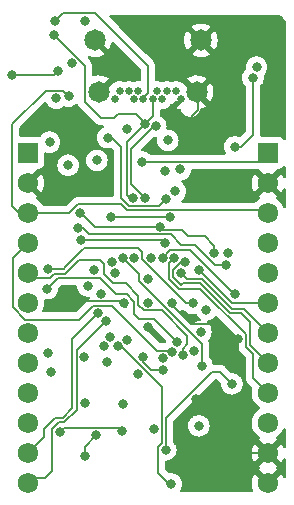
<source format=gbr>
%TF.GenerationSoftware,KiCad,Pcbnew,(6.0.2)*%
%TF.CreationDate,2022-07-01T18:11:32+02:00*%
%TF.ProjectId,Easy C3 Dev Board,45617379-2043-4332-9044-657620426f61,rev?*%
%TF.SameCoordinates,Original*%
%TF.FileFunction,Copper,L4,Bot*%
%TF.FilePolarity,Positive*%
%FSLAX46Y46*%
G04 Gerber Fmt 4.6, Leading zero omitted, Abs format (unit mm)*
G04 Created by KiCad (PCBNEW (6.0.2)) date 2022-07-01 18:11:32*
%MOMM*%
%LPD*%
G01*
G04 APERTURE LIST*
%TA.AperFunction,ComponentPad*%
%ADD10R,1.725000X1.725000*%
%TD*%
%TA.AperFunction,ComponentPad*%
%ADD11C,1.725000*%
%TD*%
%TA.AperFunction,ComponentPad*%
%ADD12C,0.650000*%
%TD*%
%TA.AperFunction,ComponentPad*%
%ADD13C,1.815000*%
%TD*%
%TA.AperFunction,ViaPad*%
%ADD14C,0.800000*%
%TD*%
%TA.AperFunction,Conductor*%
%ADD15C,0.200000*%
%TD*%
G04 APERTURE END LIST*
D10*
%TO.P,J3,1,1*%
%TO.N,VDD5*%
X147320000Y-60960000D03*
D11*
%TO.P,J3,2,2*%
%TO.N,GND*%
X147320000Y-63500000D03*
%TO.P,J3,3,3*%
%TO.N,VDD33*%
X147320000Y-66040000D03*
%TO.P,J3,4,4*%
%TO.N,GPIO0*%
X147320000Y-68580000D03*
%TO.P,J3,5,5*%
%TO.N,GPIO1*%
X147320000Y-71120000D03*
%TO.P,J3,6,6*%
%TO.N,GPIO2*%
X147320000Y-73660000D03*
%TO.P,J3,7,7*%
%TO.N,GPIO3*%
X147320000Y-76200000D03*
%TO.P,J3,8,8*%
%TO.N,GPIO10*%
X147320000Y-78740000D03*
%TO.P,J3,9,9*%
%TO.N,GPIO20*%
X147320000Y-81280000D03*
%TO.P,J3,10,10*%
%TO.N,GPIO21*%
X147320000Y-83820000D03*
%TO.P,J3,11,11*%
%TO.N,GPIO18*%
X147320000Y-86360000D03*
%TO.P,J3,12,12*%
%TO.N,GPIO19*%
X147320000Y-88900000D03*
%TD*%
D10*
%TO.P,J2,1,1*%
%TO.N,VDD5*%
X167640000Y-60960000D03*
D11*
%TO.P,J2,2,2*%
%TO.N,GND*%
X167640000Y-63500000D03*
%TO.P,J2,3,3*%
%TO.N,VDD33*%
X167640000Y-66040000D03*
%TO.P,J2,4,4*%
%TO.N,CHIP_EN*%
X167640000Y-68580000D03*
%TO.P,J2,5,5*%
%TO.N,GPIO4*%
X167640000Y-71120000D03*
%TO.P,J2,6,6*%
%TO.N,GPIO5*%
X167640000Y-73660000D03*
%TO.P,J2,7,7*%
%TO.N,GPIO6*%
X167640000Y-76200000D03*
%TO.P,J2,8,8*%
%TO.N,GPIO7*%
X167640000Y-78740000D03*
%TO.P,J2,9,9*%
%TO.N,GPIO8*%
X167640000Y-81280000D03*
%TO.P,J2,10,10*%
%TO.N,GPIO9*%
X167640000Y-83820000D03*
%TO.P,J2,11,11*%
%TO.N,GND*%
X167640000Y-86360000D03*
%TO.P,J2,12,12*%
X167640000Y-88900000D03*
%TD*%
D12*
%TO.P,J1,B1,GND_3*%
%TO.N,GND*%
X154680000Y-56433000D03*
%TO.P,J1,B2,SSTXP2*%
%TO.N,unconnected-(J1-PadB2)*%
X155080000Y-55733000D03*
%TO.P,J1,B3,SSTXN2*%
%TO.N,unconnected-(J1-PadB3)*%
X155880000Y-55733000D03*
%TO.P,J1,B4,VBUS_3*%
%TO.N,VUSB*%
X156280000Y-56433000D03*
%TO.P,J1,B5,CC2*%
%TO.N,unconnected-(J1-PadB5)*%
X156680000Y-55733000D03*
%TO.P,J1,B6,DP2*%
%TO.N,DP*%
X157080000Y-56433000D03*
%TO.P,J1,B7,DN2*%
%TO.N,DN*%
X157880000Y-56433000D03*
%TO.P,J1,B8,SBU2*%
%TO.N,unconnected-(J1-PadB8)*%
X158280000Y-55733000D03*
%TO.P,J1,B9,VBUS_4*%
%TO.N,VUSB*%
X158680000Y-56433000D03*
%TO.P,J1,B10,SSRXN1*%
%TO.N,unconnected-(J1-PadB10)*%
X159080000Y-55733000D03*
%TO.P,J1,B11,SSRXP1*%
%TO.N,unconnected-(J1-PadB11)*%
X159880000Y-55733000D03*
%TO.P,J1,B12,GND_4*%
%TO.N,GND*%
X160280000Y-56433000D03*
D13*
%TO.P,J1,MH1,MH1*%
X161610000Y-55833000D03*
%TO.P,J1,MH2,MH2*%
X161970000Y-51443000D03*
%TO.P,J1,MH3,MH3*%
X152990000Y-51443000D03*
%TO.P,J1,MH4,MH4*%
X153350000Y-55833000D03*
%TD*%
D14*
%TO.N,GPIO1*%
X151026334Y-53392866D03*
%TO.N,VDD33*%
X150774400Y-56159400D03*
%TO.N,GPIO8*%
X149733000Y-56337200D03*
X154389620Y-66429420D03*
X159359600Y-66429420D03*
%TO.N,VDD33_RAW*%
X158978600Y-64897000D03*
%TO.N,/DTR#*%
X158544679Y-67219300D03*
%TO.N,VDD33_RAW*%
X164257652Y-69418200D03*
X162433000Y-74244200D03*
%TO.N,GPIO21*%
X159809959Y-64214858D03*
X149047200Y-77876400D03*
X149275800Y-79527400D03*
%TO.N,GPIO0*%
X149860000Y-54051200D03*
X145952437Y-54375172D03*
%TO.N,Net-(Q3-Pad1)*%
X151561800Y-67360800D03*
%TO.N,/RTS#*%
X158964500Y-68605400D03*
%TO.N,Net-(Q3-Pad1)*%
X164134800Y-70459600D03*
%TO.N,/DTR#*%
X163072473Y-69417500D03*
%TO.N,GPIO20*%
X160225066Y-62371500D03*
%TO.N,GPIO21*%
X158964500Y-62509400D03*
%TO.N,GND*%
X161504500Y-63093600D03*
%TO.N,GPIO2*%
X161402500Y-77719860D03*
%TO.N,CHIP_EN*%
X159978516Y-76956816D03*
%TO.N,GPIO0*%
X159492497Y-77800529D03*
%TO.N,CHIP_EN*%
X148971000Y-72466200D03*
%TO.N,GPIO3*%
X149047200Y-70764400D03*
X161264600Y-73710800D03*
%TO.N,CHIP_EN*%
X161963093Y-76111107D03*
%TO.N,GPIO1*%
X160451800Y-78054989D03*
%TO.N,SPIQ*%
X153492200Y-72874685D03*
%TO.N,Net-(IC1-Pad2)*%
X166686013Y-53714629D03*
X158724600Y-78359000D03*
%TO.N,SPICS0*%
X156670811Y-79730600D03*
%TO.N,VDD33_RAW*%
X157077732Y-78282800D03*
X158722534Y-79372934D03*
%TO.N,SPICLK*%
X155371800Y-82263502D03*
X152933615Y-70844116D03*
%TO.N,SPID*%
X152140934Y-82176921D03*
X152399701Y-72225185D03*
%TO.N,SPIQ*%
X154025600Y-78714600D03*
%TO.N,GPIO18*%
X153238925Y-74554348D03*
%TO.N,GPIO19*%
X153910325Y-75225748D03*
%TO.N,RXD*%
X159167688Y-59911595D03*
X149152086Y-60066423D03*
X153758385Y-77311603D03*
%TO.N,/DTR#*%
X151773789Y-66021874D03*
%TO.N,/RTS#*%
X151790400Y-68376800D03*
%TO.N,TXD*%
X150723600Y-62008498D03*
X154292863Y-76526818D03*
%TO.N,XTAL_N*%
X159461200Y-89012500D03*
X154941888Y-77328500D03*
%TO.N,XTAL_P*%
X161798000Y-84074000D03*
X155718980Y-76782899D03*
%TO.N,SPICS0*%
X154710201Y-71106739D03*
%TO.N,SPIWP*%
X152086734Y-78246502D03*
X154465118Y-70189412D03*
%TO.N,GND*%
X149860000Y-73660000D03*
X165116980Y-76708000D03*
%TO.N,SPIHD*%
X162052000Y-78994000D03*
%TO.N,GND*%
X157480000Y-73660000D03*
X157480000Y-75692000D03*
X157480000Y-71628000D03*
X155448000Y-73660000D03*
X159512000Y-73660000D03*
%TO.N,SPIHD*%
X155350716Y-69846963D03*
%TO.N,Net-(IC2-Pad1)*%
X150001500Y-84582000D03*
X155295255Y-84480745D03*
%TO.N,Net-(IC2-Pad2)*%
X152146000Y-86614000D03*
X153113266Y-84884734D03*
%TO.N,Net-(IC2-Pad7)*%
X164592000Y-80518000D03*
X158989498Y-86106000D03*
%TO.N,VDD_SPI*%
X157988000Y-84328000D03*
X156300170Y-69856576D03*
%TO.N,GPIO21*%
X153162000Y-61609500D03*
%TO.N,VDD33_RAW*%
X154080500Y-59675498D03*
%TO.N,GPIO10*%
X157734000Y-69850000D03*
%TO.N,GPIO9*%
X158727098Y-69849237D03*
X164846000Y-72898000D03*
%TO.N,GPIO8*%
X159676074Y-69880846D03*
%TO.N,GPIO7*%
X160633291Y-70201461D03*
%TO.N,GPIO6*%
X160274000Y-71120000D03*
%TO.N,GPIO5*%
X161798000Y-70866000D03*
%TO.N,VUSB*%
X152146000Y-49784000D03*
X155702000Y-58928000D03*
%TO.N,DP*%
X158153151Y-58708499D03*
X157226000Y-64770000D03*
%TO.N,DN*%
X156210000Y-64770000D03*
%TO.N,VDD5*%
X157007962Y-61746596D03*
%TO.N,VDD33_RAW*%
X164846000Y-60452000D03*
X166370000Y-54610000D03*
%TO.N,GND*%
X160528000Y-59577500D03*
%TO.N,DN*%
X149546734Y-50994734D03*
%TO.N,DP*%
X149606000Y-49784000D03*
%TO.N,DN*%
X157221911Y-58523173D03*
%TO.N,GND*%
X161544000Y-81788000D03*
%TD*%
D15*
%TO.N,VDD33*%
X146583400Y-66040000D02*
X147320000Y-66040000D01*
X145999200Y-65455800D02*
X146583400Y-66040000D01*
X148858511Y-55687689D02*
X145999200Y-58547000D01*
X150302689Y-55687689D02*
X148858511Y-55687689D01*
X150774400Y-56159400D02*
X150302689Y-55687689D01*
X145999200Y-58547000D02*
X145999200Y-65455800D01*
%TO.N,GPIO8*%
X159359600Y-66429420D02*
X154389620Y-66429420D01*
%TO.N,VDD33*%
X151599115Y-65278000D02*
X150837115Y-66040000D01*
X155670520Y-65779920D02*
X155168600Y-65278000D01*
X167379920Y-65779920D02*
X155670520Y-65779920D01*
X155168600Y-65278000D02*
X151599115Y-65278000D01*
X150837115Y-66040000D02*
X147320000Y-66040000D01*
X167640000Y-66040000D02*
X167379920Y-65779920D01*
%TO.N,VDD33_RAW*%
X155854400Y-65430400D02*
X158445200Y-65430400D01*
X154417498Y-59675498D02*
X155194000Y-60452000D01*
X155194000Y-64770000D02*
X155854400Y-65430400D01*
X154080500Y-59675498D02*
X154417498Y-59675498D01*
X155194000Y-60452000D02*
X155194000Y-64770000D01*
X158445200Y-65430400D02*
X158978600Y-64897000D01*
%TO.N,/DTR#*%
X162280600Y-68021200D02*
X160883600Y-68021200D01*
X160883600Y-68021200D02*
X160350200Y-67487800D01*
X152971216Y-67219300D02*
X152222958Y-66471042D01*
X151773789Y-66021874D02*
X152222958Y-66471042D01*
X158544679Y-67219300D02*
X152971216Y-67219300D01*
X158813179Y-67487800D02*
X158544679Y-67219300D01*
X160350200Y-67487800D02*
X158813179Y-67487800D01*
%TO.N,Net-(Q3-Pad1)*%
X160322494Y-68755494D02*
X161089106Y-68755494D01*
X159435800Y-67868800D02*
X160322494Y-68755494D01*
X152019000Y-67360800D02*
X151561800Y-67360800D01*
X152527000Y-67868800D02*
X152019000Y-67360800D01*
X159435800Y-67868800D02*
X152527000Y-67868800D01*
X163169600Y-70459600D02*
X161465494Y-68755494D01*
X161465494Y-68755494D02*
X161089106Y-68755494D01*
X164134800Y-70459600D02*
X163169600Y-70459600D01*
%TO.N,GPIO0*%
X149536028Y-54375172D02*
X149860000Y-54051200D01*
X145952437Y-54375172D02*
X149536028Y-54375172D01*
%TO.N,/RTS#*%
X158735900Y-68376800D02*
X158964500Y-68605400D01*
X157937200Y-68376800D02*
X158735900Y-68376800D01*
X157937200Y-68376800D02*
X151790400Y-68376800D01*
%TO.N,/DTR#*%
X163072473Y-68813073D02*
X162280600Y-68021200D01*
X163072473Y-69417500D02*
X163072473Y-68813073D01*
%TO.N,GPIO1*%
X160832800Y-77165200D02*
X160451800Y-77546200D01*
X160832800Y-76504800D02*
X160832800Y-77165200D01*
X158637511Y-74309511D02*
X160832800Y-76504800D01*
X157164311Y-74309511D02*
X158637511Y-74309511D01*
X156667200Y-73812400D02*
X157164311Y-74309511D01*
X156667200Y-73075800D02*
X156667200Y-73812400D01*
X155600400Y-72009000D02*
X156667200Y-73075800D01*
X154533600Y-72009000D02*
X155600400Y-72009000D01*
X153746200Y-71221600D02*
X154533600Y-72009000D01*
X160451800Y-77546200D02*
X160451800Y-78054989D01*
X149550646Y-71226154D02*
X150490446Y-71226154D01*
X150490446Y-71226154D02*
X151638000Y-70078600D01*
X153416000Y-70078600D02*
X153746200Y-70408800D01*
X149225000Y-71551800D02*
X149550646Y-71226154D01*
X151638000Y-70078600D02*
X153416000Y-70078600D01*
X147751800Y-71551800D02*
X149225000Y-71551800D01*
X153746200Y-70408800D02*
X153746200Y-71221600D01*
X147320000Y-71120000D02*
X147751800Y-71551800D01*
%TO.N,CHIP_EN*%
X158027900Y-75006200D02*
X159978516Y-76956816D01*
X157839748Y-75006200D02*
X158027900Y-75006200D01*
%TO.N,GPIO0*%
X146024600Y-69875400D02*
X147320000Y-68580000D01*
X146024600Y-74015600D02*
X146024600Y-69875400D01*
X147096989Y-75087989D02*
X146024600Y-74015600D01*
X151632411Y-75087989D02*
X147096989Y-75087989D01*
X152815563Y-73904837D02*
X151632411Y-75087989D01*
X158227489Y-77709489D02*
X154422837Y-73904837D01*
X159401457Y-77709489D02*
X158227489Y-77709489D01*
X159492497Y-77800529D02*
X159401457Y-77709489D01*
X154422837Y-73904837D02*
X152815563Y-73904837D01*
%TO.N,CHIP_EN*%
X157734000Y-75006200D02*
X157839748Y-75006200D01*
X156692600Y-75006200D02*
X157734000Y-75006200D01*
X156286200Y-74599800D02*
X156692600Y-75006200D01*
X156286200Y-73558400D02*
X156286200Y-74599800D01*
X156235400Y-73507600D02*
X156286200Y-73558400D01*
X155676600Y-72948800D02*
X156235400Y-73507600D01*
X154787600Y-72948800D02*
X155676600Y-72948800D01*
X152982674Y-71575674D02*
X153414474Y-71575674D01*
X153414474Y-71575674D02*
X154457400Y-72618600D01*
X149861526Y-71575674D02*
X152982674Y-71575674D01*
X154457400Y-72618600D02*
X154787600Y-72948800D01*
X148971000Y-72466200D02*
X149861526Y-71575674D01*
%TO.N,GPIO3*%
X150368000Y-70764400D02*
X149047200Y-70764400D01*
X150495000Y-70637400D02*
X150368000Y-70764400D01*
X152019000Y-69113400D02*
X150495000Y-70637400D01*
X152146000Y-68986400D02*
X152019000Y-69113400D01*
X160676252Y-73710800D02*
X156949681Y-69984229D01*
X161264600Y-73710800D02*
X160676252Y-73710800D01*
X156616400Y-68986400D02*
X152146000Y-68986400D01*
X156949681Y-69319681D02*
X156616400Y-68986400D01*
X156949681Y-69984229D02*
X156949681Y-69319681D01*
%TO.N,GND*%
X161135796Y-75461596D02*
X163870576Y-75461596D01*
X159512000Y-73837800D02*
X161135796Y-75461596D01*
X159512000Y-73660000D02*
X159512000Y-73837800D01*
X163870576Y-75461596D02*
X165116980Y-76708000D01*
X155312196Y-73524196D02*
X155448000Y-73660000D01*
X149860000Y-73660000D02*
X149995804Y-73524196D01*
X149995804Y-73524196D02*
X155312196Y-73524196D01*
%TO.N,VDD33_RAW*%
X157077732Y-78707036D02*
X157743630Y-79372934D01*
X157077732Y-78282800D02*
X157077732Y-78707036D01*
X157743630Y-79372934D02*
X158722534Y-79372934D01*
%TO.N,GPIO18*%
X148691600Y-84988400D02*
X147320000Y-86360000D01*
X150280104Y-83388200D02*
X149656800Y-83388200D01*
X148691600Y-84353400D02*
X148691600Y-84988400D01*
X151087703Y-82580601D02*
X150280104Y-83388200D01*
X151087703Y-76705570D02*
X151087703Y-82580601D01*
X149656800Y-83388200D02*
X148691600Y-84353400D01*
X153238925Y-74554348D02*
X151087703Y-76705570D01*
%TO.N,GPIO19*%
X147751800Y-88468200D02*
X147320000Y-88900000D01*
X148793200Y-88468200D02*
X147751800Y-88468200D01*
X149351989Y-84312963D02*
X149351989Y-87909411D01*
X149921152Y-83743800D02*
X149351989Y-84312963D01*
X150418800Y-83743800D02*
X149921152Y-83743800D01*
X151437223Y-82725377D02*
X150418800Y-83743800D01*
X151437223Y-77698850D02*
X151437223Y-82725377D01*
X153910325Y-75225748D02*
X151437223Y-77698850D01*
X149351989Y-87909411D02*
X148793200Y-88468200D01*
%TO.N,XTAL_N*%
X159294300Y-89012500D02*
X159461200Y-89012500D01*
X158339987Y-88058187D02*
X159294300Y-89012500D01*
X158339987Y-85836963D02*
X158339987Y-88058187D01*
X158637511Y-80761111D02*
X158637511Y-85539439D01*
X155204900Y-77328500D02*
X158637511Y-80761111D01*
X154941888Y-77328500D02*
X155204900Y-77328500D01*
X158637511Y-85539439D02*
X158339987Y-85836963D01*
%TO.N,GND*%
X150114000Y-73660000D02*
X149860000Y-73660000D01*
%TO.N,SPIHD*%
X162052000Y-77118548D02*
X162052000Y-78994000D01*
X161798000Y-76864548D02*
X162052000Y-77118548D01*
X156718000Y-71784548D02*
X161798000Y-76864548D01*
X156718000Y-71628000D02*
X156718000Y-71784548D01*
X156718000Y-71214247D02*
X156718000Y-71628000D01*
X155350716Y-69846963D02*
X156718000Y-71214247D01*
%TO.N,Net-(IC2-Pad1)*%
X150348277Y-84235223D02*
X150001500Y-84582000D01*
X155049733Y-84235223D02*
X150348277Y-84235223D01*
X155295255Y-84480745D02*
X155049733Y-84235223D01*
%TO.N,Net-(IC2-Pad2)*%
X153113266Y-84884734D02*
X152146000Y-85852000D01*
X152146000Y-85852000D02*
X152146000Y-86614000D01*
%TO.N,Net-(IC2-Pad7)*%
X163576000Y-79502000D02*
X164592000Y-80518000D01*
X162911452Y-79502000D02*
X163576000Y-79502000D01*
X158989498Y-86106000D02*
X158989498Y-83423954D01*
X158989498Y-83423954D02*
X162911452Y-79502000D01*
%TO.N,GPIO9*%
X164748548Y-72898000D02*
X164846000Y-72898000D01*
X163322000Y-71471452D02*
X164748548Y-72898000D01*
X158727098Y-69849237D02*
X159345000Y-69231335D01*
X159345000Y-69231335D02*
X161081883Y-69231335D01*
X161081883Y-69231335D02*
X163322000Y-71471452D01*
%TO.N,GPIO8*%
X166370000Y-80010000D02*
X167640000Y-81280000D01*
X166370000Y-77978000D02*
X166370000Y-80010000D01*
X165766481Y-77374481D02*
X166370000Y-77978000D01*
X165766480Y-76331072D02*
X165766481Y-77374481D01*
X161920927Y-72485519D02*
X165766480Y-76331072D01*
X160129223Y-72485519D02*
X161920927Y-72485519D01*
X159274970Y-71631266D02*
X160129223Y-72485519D01*
X159274970Y-70281950D02*
X159274970Y-71631266D01*
X159676074Y-69880846D02*
X159274970Y-70281950D01*
%TO.N,GPIO7*%
X166116000Y-77216000D02*
X167640000Y-78740000D01*
X166116000Y-75279520D02*
X166116000Y-77216000D01*
X164447225Y-74517520D02*
X165354000Y-74517520D01*
X161907224Y-71977520D02*
X164447225Y-74517520D01*
X160432480Y-71977520D02*
X161907224Y-71977520D01*
X160274000Y-72136000D02*
X160432480Y-71977520D01*
X159624489Y-71486489D02*
X160274000Y-72136000D01*
X159624489Y-70850963D02*
X159624489Y-71486489D01*
X160633291Y-70201461D02*
X160273991Y-70201461D01*
X165354000Y-74517520D02*
X166116000Y-75279520D01*
X160273991Y-70201461D02*
X159624489Y-70850963D01*
%TO.N,GPIO6*%
X165608000Y-74168000D02*
X167640000Y-76200000D01*
X164592000Y-74168000D02*
X165608000Y-74168000D01*
X162052000Y-71628000D02*
X164592000Y-74168000D01*
X160782000Y-71628000D02*
X162052000Y-71628000D01*
X160274000Y-71120000D02*
X160782000Y-71628000D01*
%TO.N,GPIO5*%
X161798000Y-70866000D02*
X164592000Y-73660000D01*
X164592000Y-73660000D02*
X167640000Y-73660000D01*
%TO.N,DP*%
X153020489Y-49134489D02*
X150255511Y-49134489D01*
X157480000Y-55880000D02*
X157480000Y-53594000D01*
X150255511Y-49134489D02*
X149606000Y-49784000D01*
X157080000Y-56280000D02*
X157480000Y-55880000D01*
X157480000Y-53594000D02*
X153020489Y-49134489D01*
X157080000Y-56433000D02*
X157080000Y-56280000D01*
X157988000Y-58675632D02*
X158020867Y-58708499D01*
X156051520Y-60612112D02*
X157988000Y-58675632D01*
X158020867Y-58708499D02*
X158153151Y-58708499D01*
X156051520Y-63595520D02*
X156051520Y-60612112D01*
X157226000Y-64770000D02*
X156051520Y-63595520D01*
%TO.N,DN*%
X155702000Y-60043084D02*
X155702000Y-64516000D01*
X155956000Y-64770000D02*
X156210000Y-64770000D01*
X155702000Y-64516000D02*
X155956000Y-64770000D01*
X157221911Y-58523173D02*
X155702000Y-60043084D01*
%TO.N,VDD5*%
X157032558Y-61722000D02*
X157007962Y-61746596D01*
X166878000Y-61722000D02*
X157032558Y-61722000D01*
X167640000Y-60960000D02*
X166878000Y-61722000D01*
%TO.N,VDD33_RAW*%
X165354000Y-60452000D02*
X164846000Y-60452000D01*
X166370000Y-54610000D02*
X166370000Y-59436000D01*
X166370000Y-59436000D02*
X165354000Y-60452000D01*
%TO.N,GND*%
X160528000Y-58588918D02*
X161754521Y-57362397D01*
X160528000Y-59577500D02*
X160528000Y-58588918D01*
X161754521Y-57362397D02*
X161754521Y-55977521D01*
X161754521Y-55977521D02*
X161610000Y-55833000D01*
%TO.N,DN*%
X157221911Y-58415911D02*
X157221911Y-58523173D01*
X156464000Y-57658000D02*
X157221911Y-58415911D01*
X154940000Y-57658000D02*
X156464000Y-57658000D01*
X154590479Y-58007521D02*
X154940000Y-57658000D01*
X153497050Y-58007521D02*
X154590479Y-58007521D01*
X152146000Y-56656471D02*
X153497050Y-58007521D01*
X152146000Y-53594000D02*
X152146000Y-56656471D01*
X149546734Y-50994734D02*
X152146000Y-53594000D01*
X157880000Y-57865084D02*
X157221911Y-58523173D01*
X157880000Y-56433000D02*
X157880000Y-57865084D01*
%TO.N,GND*%
X166116000Y-86360000D02*
X167640000Y-86360000D01*
X161544000Y-81788000D02*
X166116000Y-86360000D01*
%TD*%
%TA.AperFunction,Conductor*%
%TO.N,GND*%
G36*
X163301787Y-74747126D02*
G01*
X163353088Y-74778229D01*
X165121075Y-76546216D01*
X165155101Y-76608528D01*
X165157980Y-76635311D01*
X165157981Y-77326345D01*
X165156903Y-77342790D01*
X165152731Y-77374481D01*
X165157981Y-77414361D01*
X165157981Y-77414367D01*
X165173195Y-77529932D01*
X165173643Y-77533332D01*
X165176801Y-77540956D01*
X165225481Y-77658479D01*
X165234957Y-77681357D01*
X165307430Y-77775804D01*
X165332494Y-77808468D01*
X165339047Y-77813496D01*
X165357856Y-77827929D01*
X165370247Y-77838796D01*
X165724595Y-78193144D01*
X165758621Y-78255456D01*
X165761500Y-78282239D01*
X165761500Y-79961864D01*
X165760422Y-79978307D01*
X165756250Y-80010000D01*
X165761500Y-80049880D01*
X165761500Y-80049885D01*
X165764151Y-80070015D01*
X165768891Y-80106019D01*
X165768891Y-80106022D01*
X165775040Y-80152729D01*
X165777162Y-80168851D01*
X165838476Y-80316876D01*
X165843503Y-80323427D01*
X165843504Y-80323429D01*
X165911520Y-80412069D01*
X165911526Y-80412075D01*
X165936013Y-80443987D01*
X165942568Y-80449017D01*
X165961379Y-80463452D01*
X165973770Y-80474319D01*
X166287297Y-80787846D01*
X166321323Y-80850158D01*
X166319620Y-80910610D01*
X166288668Y-81022220D01*
X166264712Y-81246389D01*
X166265009Y-81251542D01*
X166265009Y-81251545D01*
X166273264Y-81394708D01*
X166277689Y-81471460D01*
X166278826Y-81476506D01*
X166278827Y-81476512D01*
X166284789Y-81502966D01*
X166327253Y-81691390D01*
X166329195Y-81696172D01*
X166329196Y-81696176D01*
X166371209Y-81799642D01*
X166412071Y-81900272D01*
X166529866Y-82092496D01*
X166677474Y-82262899D01*
X166681449Y-82266199D01*
X166681453Y-82266203D01*
X166693690Y-82276362D01*
X166850931Y-82406907D01*
X166906191Y-82439198D01*
X166954914Y-82490837D01*
X166967985Y-82560620D01*
X166941253Y-82626392D01*
X166910269Y-82654151D01*
X166906923Y-82655893D01*
X166902793Y-82658994D01*
X166902788Y-82658997D01*
X166730772Y-82788150D01*
X166726637Y-82791255D01*
X166570881Y-82954245D01*
X166567967Y-82958517D01*
X166567966Y-82958518D01*
X166545146Y-82991971D01*
X166443837Y-83140485D01*
X166429844Y-83170630D01*
X166352975Y-83336230D01*
X166348916Y-83344974D01*
X166288668Y-83562220D01*
X166264712Y-83786389D01*
X166265009Y-83791542D01*
X166265009Y-83791545D01*
X166273505Y-83938893D01*
X166277689Y-84011460D01*
X166278826Y-84016506D01*
X166278827Y-84016512D01*
X166298424Y-84103466D01*
X166327253Y-84231390D01*
X166329195Y-84236172D01*
X166329196Y-84236176D01*
X166369148Y-84334565D01*
X166412071Y-84440272D01*
X166529866Y-84632496D01*
X166677474Y-84802899D01*
X166681449Y-84806199D01*
X166681453Y-84806203D01*
X166726646Y-84843723D01*
X166850931Y-84946907D01*
X166855394Y-84949515D01*
X166855397Y-84949517D01*
X166872103Y-84959279D01*
X166906680Y-84979484D01*
X166955403Y-85031121D01*
X166968474Y-85100904D01*
X166941743Y-85166676D01*
X166910247Y-85194894D01*
X166903054Y-85199423D01*
X166880746Y-85216172D01*
X166872294Y-85227496D01*
X166879039Y-85239829D01*
X167627188Y-85987978D01*
X167641132Y-85995592D01*
X167642965Y-85995461D01*
X167649580Y-85991210D01*
X168402290Y-85238500D01*
X168409310Y-85225645D01*
X168402163Y-85215836D01*
X168396493Y-85212069D01*
X168376022Y-85200768D01*
X168326051Y-85150335D01*
X168311280Y-85080892D01*
X168336397Y-85014487D01*
X168363747Y-84987882D01*
X168523743Y-84873758D01*
X168523748Y-84873754D01*
X168527955Y-84870753D01*
X168687647Y-84711618D01*
X168696315Y-84699556D01*
X168756462Y-84615852D01*
X168819204Y-84528537D01*
X168821497Y-84523898D01*
X168916801Y-84331067D01*
X168916802Y-84331064D01*
X168919093Y-84326429D01*
X168920596Y-84321482D01*
X168920849Y-84320843D01*
X168964525Y-84264870D01*
X169031528Y-84241395D01*
X169100586Y-84257872D01*
X169149774Y-84309069D01*
X169164000Y-84367229D01*
X169164000Y-85822010D01*
X169143998Y-85890131D01*
X169090342Y-85936624D01*
X169020068Y-85946728D01*
X168955488Y-85917234D01*
X168922450Y-85872252D01*
X168854026Y-85714887D01*
X168849159Y-85705812D01*
X168782103Y-85602158D01*
X168771417Y-85592955D01*
X168761852Y-85597358D01*
X168012022Y-86347188D01*
X168004408Y-86361132D01*
X168004539Y-86362965D01*
X168008790Y-86369580D01*
X168759431Y-87120221D01*
X168771442Y-87126780D01*
X168783181Y-87117812D01*
X168815754Y-87072482D01*
X168821068Y-87063637D01*
X168916337Y-86870875D01*
X168920850Y-86859478D01*
X168964526Y-86803505D01*
X169031529Y-86780031D01*
X169100587Y-86796509D01*
X169149774Y-86847706D01*
X169164000Y-86905865D01*
X169164000Y-88362010D01*
X169143998Y-88430131D01*
X169090342Y-88476624D01*
X169020068Y-88486728D01*
X168955488Y-88457234D01*
X168922450Y-88412252D01*
X168854026Y-88254887D01*
X168849159Y-88245812D01*
X168782103Y-88142158D01*
X168771417Y-88132955D01*
X168761852Y-88137358D01*
X167729095Y-89170115D01*
X167666783Y-89204141D01*
X167595968Y-89199076D01*
X167550905Y-89170115D01*
X166520853Y-88140063D01*
X166509317Y-88133764D01*
X166497034Y-88143387D01*
X166447187Y-88216461D01*
X166442098Y-88225419D01*
X166351560Y-88420467D01*
X166348008Y-88430120D01*
X166290541Y-88637341D01*
X166288614Y-88647446D01*
X166265763Y-88861268D01*
X166265511Y-88871557D01*
X166277888Y-89086222D01*
X166279324Y-89096442D01*
X166326596Y-89306197D01*
X166329675Y-89316026D01*
X166399749Y-89488596D01*
X166406845Y-89559237D01*
X166374623Y-89622500D01*
X166313314Y-89658301D01*
X166283006Y-89662000D01*
X160353494Y-89662000D01*
X160285373Y-89641998D01*
X160238880Y-89588342D01*
X160228776Y-89518068D01*
X160244375Y-89473000D01*
X160292423Y-89389779D01*
X160292424Y-89389778D01*
X160295727Y-89384056D01*
X160354742Y-89202428D01*
X160356989Y-89181055D01*
X160374014Y-89019065D01*
X160374704Y-89012500D01*
X160365684Y-88926677D01*
X160355432Y-88829135D01*
X160355432Y-88829133D01*
X160354742Y-88822572D01*
X160295727Y-88640944D01*
X160200240Y-88475556D01*
X160072453Y-88333634D01*
X159973357Y-88261636D01*
X159923294Y-88225263D01*
X159923293Y-88225262D01*
X159917952Y-88221382D01*
X159911924Y-88218698D01*
X159911922Y-88218697D01*
X159749519Y-88146391D01*
X159749518Y-88146391D01*
X159743488Y-88143706D01*
X159650087Y-88123853D01*
X159563144Y-88105372D01*
X159563139Y-88105372D01*
X159556687Y-88104000D01*
X159365713Y-88104000D01*
X159359255Y-88105373D01*
X159359252Y-88105373D01*
X159334192Y-88110700D01*
X159263401Y-88105300D01*
X159218898Y-88076549D01*
X158985392Y-87843043D01*
X158951366Y-87780731D01*
X158948487Y-87753948D01*
X158948487Y-87493991D01*
X166870839Y-87493991D01*
X166876121Y-87501046D01*
X166907156Y-87519182D01*
X166955880Y-87570821D01*
X166968951Y-87640604D01*
X166942220Y-87706375D01*
X166910728Y-87734590D01*
X166903060Y-87739419D01*
X166880746Y-87756172D01*
X166872294Y-87767496D01*
X166879039Y-87779829D01*
X167627188Y-88527978D01*
X167641132Y-88535592D01*
X167642965Y-88535461D01*
X167649580Y-88531210D01*
X168402290Y-87778500D01*
X168409310Y-87765645D01*
X168402163Y-87755836D01*
X168396497Y-87752072D01*
X168375536Y-87740500D01*
X168325566Y-87690066D01*
X168310795Y-87620623D01*
X168335913Y-87554218D01*
X168363263Y-87527613D01*
X168398210Y-87502686D01*
X168406610Y-87491987D01*
X168399621Y-87478831D01*
X167652812Y-86732022D01*
X167638868Y-86724408D01*
X167637035Y-86724539D01*
X167630420Y-86728790D01*
X166877599Y-87481611D01*
X166870839Y-87493991D01*
X158948487Y-87493991D01*
X158948487Y-87140500D01*
X158968489Y-87072379D01*
X159022145Y-87025886D01*
X159074487Y-87014500D01*
X159084985Y-87014500D01*
X159091437Y-87013128D01*
X159091442Y-87013128D01*
X159178386Y-86994647D01*
X159271786Y-86974794D01*
X159426604Y-86905865D01*
X159440220Y-86899803D01*
X159440222Y-86899802D01*
X159446250Y-86897118D01*
X159600751Y-86784866D01*
X159608711Y-86776026D01*
X159724119Y-86647852D01*
X159724120Y-86647851D01*
X159728538Y-86642944D01*
X159824025Y-86477556D01*
X159871463Y-86331557D01*
X166265511Y-86331557D01*
X166277888Y-86546222D01*
X166279324Y-86556442D01*
X166326596Y-86766197D01*
X166329675Y-86776026D01*
X166410575Y-86975258D01*
X166415218Y-86984449D01*
X166497370Y-87118510D01*
X166507826Y-87127970D01*
X166516604Y-87124186D01*
X167267978Y-86372812D01*
X167275592Y-86358868D01*
X167275461Y-86357035D01*
X167271210Y-86350420D01*
X166520853Y-85600063D01*
X166509317Y-85593764D01*
X166497034Y-85603387D01*
X166447187Y-85676461D01*
X166442098Y-85685419D01*
X166351560Y-85880467D01*
X166348008Y-85890120D01*
X166290541Y-86097341D01*
X166288614Y-86107446D01*
X166265763Y-86321268D01*
X166265511Y-86331557D01*
X159871463Y-86331557D01*
X159883040Y-86295928D01*
X159903002Y-86106000D01*
X159885200Y-85936624D01*
X159883730Y-85922635D01*
X159883730Y-85922633D01*
X159883040Y-85916072D01*
X159824025Y-85734444D01*
X159805044Y-85701567D01*
X159731839Y-85574774D01*
X159728538Y-85569056D01*
X159724119Y-85564148D01*
X159630362Y-85460020D01*
X159599644Y-85396013D01*
X159597998Y-85375710D01*
X159597998Y-84074000D01*
X160884496Y-84074000D01*
X160904458Y-84263928D01*
X160963473Y-84445556D01*
X161058960Y-84610944D01*
X161063378Y-84615851D01*
X161063379Y-84615852D01*
X161145828Y-84707421D01*
X161186747Y-84752866D01*
X161341248Y-84865118D01*
X161347276Y-84867802D01*
X161347278Y-84867803D01*
X161509681Y-84940109D01*
X161515712Y-84942794D01*
X161609112Y-84962647D01*
X161696056Y-84981128D01*
X161696061Y-84981128D01*
X161702513Y-84982500D01*
X161893487Y-84982500D01*
X161899939Y-84981128D01*
X161899944Y-84981128D01*
X161986888Y-84962647D01*
X162080288Y-84942794D01*
X162086319Y-84940109D01*
X162248722Y-84867803D01*
X162248724Y-84867802D01*
X162254752Y-84865118D01*
X162409253Y-84752866D01*
X162450172Y-84707421D01*
X162532621Y-84615852D01*
X162532622Y-84615851D01*
X162537040Y-84610944D01*
X162632527Y-84445556D01*
X162691542Y-84263928D01*
X162711504Y-84074000D01*
X162691542Y-83884072D01*
X162632527Y-83702444D01*
X162608064Y-83660072D01*
X162570675Y-83595313D01*
X162537040Y-83537056D01*
X162409253Y-83395134D01*
X162310157Y-83323136D01*
X162260094Y-83286763D01*
X162260093Y-83286762D01*
X162254752Y-83282882D01*
X162248724Y-83280198D01*
X162248722Y-83280197D01*
X162086319Y-83207891D01*
X162086318Y-83207891D01*
X162080288Y-83205206D01*
X161979821Y-83183851D01*
X161899944Y-83166872D01*
X161899939Y-83166872D01*
X161893487Y-83165500D01*
X161702513Y-83165500D01*
X161696061Y-83166872D01*
X161696056Y-83166872D01*
X161616179Y-83183851D01*
X161515712Y-83205206D01*
X161509682Y-83207891D01*
X161509681Y-83207891D01*
X161347278Y-83280197D01*
X161347276Y-83280198D01*
X161341248Y-83282882D01*
X161335907Y-83286762D01*
X161335906Y-83286763D01*
X161285843Y-83323136D01*
X161186747Y-83395134D01*
X161058960Y-83537056D01*
X161025325Y-83595313D01*
X160987937Y-83660072D01*
X160963473Y-83702444D01*
X160904458Y-83884072D01*
X160884496Y-84074000D01*
X159597998Y-84074000D01*
X159597998Y-83728193D01*
X159618000Y-83660072D01*
X159634903Y-83639098D01*
X163126596Y-80147405D01*
X163188908Y-80113379D01*
X163215691Y-80110500D01*
X163271761Y-80110500D01*
X163339882Y-80130502D01*
X163360856Y-80147405D01*
X163642281Y-80428830D01*
X163676307Y-80491142D01*
X163678841Y-80514716D01*
X163678496Y-80518000D01*
X163679186Y-80524565D01*
X163686769Y-80596709D01*
X163698458Y-80707928D01*
X163757473Y-80889556D01*
X163852960Y-81054944D01*
X163857378Y-81059851D01*
X163857379Y-81059852D01*
X163976325Y-81191955D01*
X163980747Y-81196866D01*
X164135248Y-81309118D01*
X164141276Y-81311802D01*
X164141278Y-81311803D01*
X164303681Y-81384109D01*
X164309712Y-81386794D01*
X164403112Y-81406647D01*
X164490056Y-81425128D01*
X164490061Y-81425128D01*
X164496513Y-81426500D01*
X164687487Y-81426500D01*
X164693939Y-81425128D01*
X164693944Y-81425128D01*
X164780888Y-81406647D01*
X164874288Y-81386794D01*
X164880319Y-81384109D01*
X165042722Y-81311803D01*
X165042724Y-81311802D01*
X165048752Y-81309118D01*
X165203253Y-81196866D01*
X165207675Y-81191955D01*
X165326621Y-81059852D01*
X165326622Y-81059851D01*
X165331040Y-81054944D01*
X165426527Y-80889556D01*
X165485542Y-80707928D01*
X165497232Y-80596709D01*
X165504814Y-80524565D01*
X165505504Y-80518000D01*
X165492420Y-80393509D01*
X165486232Y-80334635D01*
X165486232Y-80334633D01*
X165485542Y-80328072D01*
X165426527Y-80146444D01*
X165410681Y-80118997D01*
X165371884Y-80051800D01*
X165331040Y-79981056D01*
X165313760Y-79961864D01*
X165207675Y-79844045D01*
X165207674Y-79844044D01*
X165203253Y-79839134D01*
X165064337Y-79738205D01*
X165054094Y-79730763D01*
X165054093Y-79730762D01*
X165048752Y-79726882D01*
X165042724Y-79724198D01*
X165042722Y-79724197D01*
X164880319Y-79651891D01*
X164880318Y-79651891D01*
X164874288Y-79649206D01*
X164751470Y-79623100D01*
X164693944Y-79610872D01*
X164693939Y-79610872D01*
X164687487Y-79609500D01*
X164596239Y-79609500D01*
X164528118Y-79589498D01*
X164507144Y-79572595D01*
X164040315Y-79105766D01*
X164029448Y-79093375D01*
X164015013Y-79074563D01*
X164009987Y-79068013D01*
X163978075Y-79043526D01*
X163978072Y-79043523D01*
X163923148Y-79001378D01*
X163889429Y-78975504D01*
X163889427Y-78975503D01*
X163882876Y-78970476D01*
X163734851Y-78909162D01*
X163726664Y-78908084D01*
X163726663Y-78908084D01*
X163715458Y-78906609D01*
X163684262Y-78902502D01*
X163615885Y-78893500D01*
X163615882Y-78893500D01*
X163615874Y-78893499D01*
X163584189Y-78889328D01*
X163576000Y-78888250D01*
X163544307Y-78892422D01*
X163527864Y-78893500D01*
X163065878Y-78893500D01*
X162997757Y-78873498D01*
X162951264Y-78819842D01*
X162946005Y-78803921D01*
X162945542Y-78804072D01*
X162926411Y-78745194D01*
X162886527Y-78622444D01*
X162791040Y-78457056D01*
X162692864Y-78348020D01*
X162662146Y-78284013D01*
X162660500Y-78263710D01*
X162660500Y-77166684D01*
X162661578Y-77150238D01*
X162664672Y-77126736D01*
X162665750Y-77118548D01*
X162660500Y-77078670D01*
X162660500Y-77078663D01*
X162660271Y-77076926D01*
X162645916Y-76967884D01*
X162645915Y-76967882D01*
X162644838Y-76959698D01*
X162604899Y-76863278D01*
X162597310Y-76792688D01*
X162627671Y-76730749D01*
X162645393Y-76711067D01*
X162702133Y-76648051D01*
X162797620Y-76482663D01*
X162856635Y-76301035D01*
X162859731Y-76271583D01*
X162875907Y-76117672D01*
X162876597Y-76111107D01*
X162864827Y-75999120D01*
X162857325Y-75927742D01*
X162857325Y-75927740D01*
X162856635Y-75921179D01*
X162797620Y-75739551D01*
X162791458Y-75728877D01*
X162705434Y-75579881D01*
X162702133Y-75574163D01*
X162676392Y-75545574D01*
X162578768Y-75437152D01*
X162578767Y-75437151D01*
X162574346Y-75432241D01*
X162495250Y-75374774D01*
X162451896Y-75318551D01*
X162445821Y-75247815D01*
X162478953Y-75185024D01*
X162543114Y-75149591D01*
X162567111Y-75144490D01*
X162715288Y-75112994D01*
X162840254Y-75057356D01*
X162883722Y-75038003D01*
X162883724Y-75038002D01*
X162889752Y-75035318D01*
X163044253Y-74923066D01*
X163170357Y-74783013D01*
X163230803Y-74745774D01*
X163301787Y-74747126D01*
G37*
%TD.AperFunction*%
%TA.AperFunction,Conductor*%
G36*
X157791782Y-75634702D02*
G01*
X157812756Y-75651605D01*
X159009513Y-76848362D01*
X159043539Y-76910674D01*
X159038474Y-76981489D01*
X158994479Y-77039392D01*
X158942819Y-77076926D01*
X158868759Y-77100989D01*
X158531728Y-77100989D01*
X158463607Y-77080987D01*
X158442633Y-77064084D01*
X157208344Y-75829795D01*
X157174318Y-75767483D01*
X157179383Y-75696668D01*
X157221930Y-75639832D01*
X157288450Y-75615021D01*
X157297439Y-75614700D01*
X157723661Y-75614700D01*
X157791782Y-75634702D01*
G37*
%TD.AperFunction*%
%TA.AperFunction,Conductor*%
G36*
X160386044Y-74249228D02*
G01*
X160394762Y-74252839D01*
X160517402Y-74303638D01*
X160533698Y-74305783D01*
X160537667Y-74306306D01*
X160602594Y-74335030D01*
X160614855Y-74346917D01*
X160630145Y-74363898D01*
X160653347Y-74389666D01*
X160658686Y-74393545D01*
X160773015Y-74476610D01*
X160807848Y-74501918D01*
X160813876Y-74504602D01*
X160813878Y-74504603D01*
X160976281Y-74576909D01*
X160982312Y-74579594D01*
X161069921Y-74598216D01*
X161162656Y-74617928D01*
X161162661Y-74617928D01*
X161169113Y-74619300D01*
X161360087Y-74619300D01*
X161366539Y-74617928D01*
X161366544Y-74617928D01*
X161484695Y-74592814D01*
X161555486Y-74598216D01*
X161612119Y-74641033D01*
X161620011Y-74653061D01*
X161693960Y-74781144D01*
X161821747Y-74923066D01*
X161832168Y-74930637D01*
X161900843Y-74980533D01*
X161944197Y-75036756D01*
X161950272Y-75107492D01*
X161917140Y-75170283D01*
X161852979Y-75205716D01*
X161680805Y-75242313D01*
X161674775Y-75244998D01*
X161674774Y-75244998D01*
X161512371Y-75317304D01*
X161512369Y-75317305D01*
X161506341Y-75319989D01*
X161370039Y-75419019D01*
X161366156Y-75421840D01*
X161299289Y-75445698D01*
X161230137Y-75429618D01*
X161203000Y-75408999D01*
X160248734Y-74454733D01*
X160214708Y-74392421D01*
X160219773Y-74321606D01*
X160262320Y-74264770D01*
X160328840Y-74239959D01*
X160386044Y-74249228D01*
G37*
%TD.AperFunction*%
%TA.AperFunction,Conductor*%
G36*
X151436556Y-72204176D02*
G01*
X151483049Y-72257832D01*
X151493745Y-72297003D01*
X151503333Y-72388229D01*
X151506159Y-72415113D01*
X151565174Y-72596741D01*
X151660661Y-72762129D01*
X151665079Y-72767036D01*
X151665080Y-72767037D01*
X151783000Y-72898000D01*
X151788448Y-72904051D01*
X151887544Y-72976049D01*
X151934153Y-73009912D01*
X151942949Y-73016303D01*
X151948977Y-73018987D01*
X151948979Y-73018988D01*
X152022003Y-73051500D01*
X152117413Y-73093979D01*
X152210814Y-73113832D01*
X152297757Y-73132313D01*
X152297762Y-73132313D01*
X152304214Y-73133685D01*
X152455652Y-73133685D01*
X152523773Y-73153687D01*
X152570266Y-73207343D01*
X152580370Y-73277617D01*
X152550876Y-73342197D01*
X152518654Y-73368803D01*
X152516315Y-73370153D01*
X152508687Y-73373313D01*
X152502136Y-73378340D01*
X152502134Y-73378341D01*
X152413500Y-73446352D01*
X152413484Y-73446366D01*
X152388129Y-73465821D01*
X152388126Y-73465824D01*
X152381576Y-73470850D01*
X152376546Y-73477405D01*
X152362111Y-73496216D01*
X152351244Y-73508607D01*
X151417267Y-74442584D01*
X151354955Y-74476610D01*
X151328172Y-74479489D01*
X148647190Y-74479489D01*
X148579069Y-74459487D01*
X148532576Y-74405831D01*
X148522472Y-74335557D01*
X148534233Y-74297662D01*
X148596799Y-74171071D01*
X148596801Y-74171067D01*
X148599093Y-74166429D01*
X148664630Y-73950719D01*
X148694057Y-73727203D01*
X148695699Y-73660000D01*
X148687255Y-73557300D01*
X148682504Y-73499506D01*
X148696857Y-73429976D01*
X148746522Y-73379243D01*
X148815732Y-73363415D01*
X148834277Y-73365935D01*
X148869056Y-73373328D01*
X148869061Y-73373328D01*
X148875513Y-73374700D01*
X149066487Y-73374700D01*
X149072939Y-73373328D01*
X149072944Y-73373328D01*
X149159887Y-73354847D01*
X149253288Y-73334994D01*
X149315634Y-73307236D01*
X149421722Y-73260003D01*
X149421724Y-73260002D01*
X149427752Y-73257318D01*
X149582253Y-73145066D01*
X149586675Y-73140155D01*
X149705621Y-73008052D01*
X149705622Y-73008051D01*
X149710040Y-73003144D01*
X149805527Y-72837756D01*
X149864542Y-72656128D01*
X149866764Y-72634993D01*
X149883814Y-72472765D01*
X149884504Y-72466200D01*
X149884316Y-72464415D01*
X149903816Y-72398005D01*
X149920718Y-72377031D01*
X150076669Y-72221079D01*
X150138981Y-72187054D01*
X150165765Y-72184174D01*
X151368435Y-72184174D01*
X151436556Y-72204176D01*
G37*
%TD.AperFunction*%
%TA.AperFunction,Conductor*%
G36*
X155440482Y-73577302D02*
G01*
X155461456Y-73594205D01*
X155640795Y-73773544D01*
X155674821Y-73835856D01*
X155677700Y-73862639D01*
X155677700Y-73994961D01*
X155657698Y-74063082D01*
X155604042Y-74109575D01*
X155533768Y-74119679D01*
X155469188Y-74090185D01*
X155462605Y-74084056D01*
X155150944Y-73772395D01*
X155116918Y-73710083D01*
X155121983Y-73639268D01*
X155164530Y-73582432D01*
X155231050Y-73557621D01*
X155240039Y-73557300D01*
X155372361Y-73557300D01*
X155440482Y-73577302D01*
G37*
%TD.AperFunction*%
%TA.AperFunction,Conductor*%
G36*
X157484212Y-73411763D02*
G01*
X157490795Y-73417892D01*
X157558819Y-73485916D01*
X157592845Y-73548228D01*
X157587780Y-73619043D01*
X157545233Y-73675879D01*
X157478713Y-73700690D01*
X157469724Y-73701011D01*
X157468550Y-73701011D01*
X157400429Y-73681009D01*
X157379455Y-73664106D01*
X157312605Y-73597256D01*
X157278579Y-73534944D01*
X157275700Y-73508161D01*
X157275700Y-73506987D01*
X157295702Y-73438866D01*
X157349358Y-73392373D01*
X157419632Y-73382269D01*
X157484212Y-73411763D01*
G37*
%TD.AperFunction*%
%TA.AperFunction,Conductor*%
G36*
X169127145Y-62076994D02*
G01*
X169161135Y-62139325D01*
X169164000Y-62166040D01*
X169164000Y-62962010D01*
X169143998Y-63030131D01*
X169090342Y-63076624D01*
X169020068Y-63086728D01*
X168955488Y-63057234D01*
X168922450Y-63012252D01*
X168854026Y-62854887D01*
X168849159Y-62845812D01*
X168782103Y-62742158D01*
X168771417Y-62732955D01*
X168761852Y-62737358D01*
X168012022Y-63487188D01*
X168004408Y-63501132D01*
X168004539Y-63502965D01*
X168008790Y-63509580D01*
X168759431Y-64260221D01*
X168771442Y-64266780D01*
X168783181Y-64257812D01*
X168815754Y-64212482D01*
X168821068Y-64203637D01*
X168916337Y-64010875D01*
X168920850Y-63999478D01*
X168964526Y-63943505D01*
X169031529Y-63920031D01*
X169100587Y-63936509D01*
X169149774Y-63987706D01*
X169164000Y-64045865D01*
X169164000Y-65500756D01*
X169143998Y-65568877D01*
X169090342Y-65615370D01*
X169020068Y-65625474D01*
X168955488Y-65595980D01*
X168922450Y-65550998D01*
X168854468Y-65394649D01*
X168854466Y-65394646D01*
X168852408Y-65389912D01*
X168729952Y-65200624D01*
X168578224Y-65033877D01*
X168401300Y-64894151D01*
X168375988Y-64880178D01*
X168326018Y-64829746D01*
X168311246Y-64760303D01*
X168336362Y-64693898D01*
X168363714Y-64667291D01*
X168398210Y-64642686D01*
X168406610Y-64631987D01*
X168399621Y-64618831D01*
X167652812Y-63872022D01*
X167638868Y-63864408D01*
X167637035Y-63864539D01*
X167630420Y-63868790D01*
X166877599Y-64621611D01*
X166870839Y-64633991D01*
X166876120Y-64641046D01*
X166906669Y-64658897D01*
X166955392Y-64710536D01*
X166968463Y-64780319D01*
X166941731Y-64846091D01*
X166910608Y-64873975D01*
X166906923Y-64875893D01*
X166902793Y-64878994D01*
X166902788Y-64878997D01*
X166791029Y-64962908D01*
X166726637Y-65011255D01*
X166723065Y-65014993D01*
X166610801Y-65132471D01*
X166549277Y-65167901D01*
X166519707Y-65171420D01*
X160426785Y-65171420D01*
X160358664Y-65151418D01*
X160312171Y-65097762D01*
X160302067Y-65027488D01*
X160331561Y-64962908D01*
X160352724Y-64943484D01*
X160382978Y-64921503D01*
X160421212Y-64893724D01*
X160425634Y-64888813D01*
X160544580Y-64756710D01*
X160544581Y-64756709D01*
X160548999Y-64751802D01*
X160644486Y-64586414D01*
X160703501Y-64404786D01*
X160718279Y-64264186D01*
X160722773Y-64221423D01*
X160723463Y-64214858D01*
X160711727Y-64103197D01*
X160704191Y-64031493D01*
X160704191Y-64031491D01*
X160703501Y-64024930D01*
X160644486Y-63843302D01*
X160633686Y-63824595D01*
X160559696Y-63696442D01*
X160548999Y-63677914D01*
X160444479Y-63561832D01*
X160425634Y-63540903D01*
X160425633Y-63540902D01*
X160421212Y-63535992D01*
X160375755Y-63502965D01*
X160354788Y-63487732D01*
X160342315Y-63471557D01*
X166265511Y-63471557D01*
X166277888Y-63686222D01*
X166279324Y-63696442D01*
X166326596Y-63906197D01*
X166329675Y-63916026D01*
X166410575Y-64115258D01*
X166415218Y-64124449D01*
X166497370Y-64258510D01*
X166507826Y-64267970D01*
X166516604Y-64264186D01*
X167267978Y-63512812D01*
X167275592Y-63498868D01*
X167275461Y-63497035D01*
X167271210Y-63490420D01*
X166520853Y-62740063D01*
X166509317Y-62733764D01*
X166497034Y-62743387D01*
X166447187Y-62816461D01*
X166442098Y-62825419D01*
X166351560Y-63020467D01*
X166348008Y-63030120D01*
X166290541Y-63237341D01*
X166288614Y-63247446D01*
X166265763Y-63461268D01*
X166265511Y-63471557D01*
X160342315Y-63471557D01*
X160311434Y-63431510D01*
X160305359Y-63360773D01*
X160338491Y-63297982D01*
X160402651Y-63262549D01*
X160507354Y-63240294D01*
X160513987Y-63237341D01*
X160675788Y-63165303D01*
X160675790Y-63165302D01*
X160681818Y-63162618D01*
X160836319Y-63050366D01*
X160964106Y-62908444D01*
X161059593Y-62743056D01*
X161118608Y-62561428D01*
X161119773Y-62550350D01*
X161127201Y-62479666D01*
X161131021Y-62443329D01*
X161158033Y-62377673D01*
X161216254Y-62337043D01*
X161256330Y-62330500D01*
X166720135Y-62330500D01*
X166726294Y-62330666D01*
X166729366Y-62331000D01*
X166778020Y-62331000D01*
X166846141Y-62351002D01*
X166867115Y-62367905D01*
X167627188Y-63127978D01*
X167641132Y-63135592D01*
X167642965Y-63135461D01*
X167649580Y-63131210D01*
X168412885Y-62367905D01*
X168475197Y-62333879D01*
X168501980Y-62331000D01*
X168550634Y-62331000D01*
X168612816Y-62324245D01*
X168749205Y-62273115D01*
X168865761Y-62185761D01*
X168937174Y-62090475D01*
X168994033Y-62047960D01*
X169064852Y-62042934D01*
X169127145Y-62076994D01*
G37*
%TD.AperFunction*%
%TA.AperFunction,Conductor*%
G36*
X148842108Y-56668807D02*
G01*
X148898944Y-56711354D01*
X148907195Y-56723863D01*
X148993960Y-56874144D01*
X148998378Y-56879051D01*
X148998379Y-56879052D01*
X149074279Y-56963347D01*
X149121747Y-57016066D01*
X149181807Y-57059702D01*
X149265887Y-57120790D01*
X149276248Y-57128318D01*
X149282276Y-57131002D01*
X149282278Y-57131003D01*
X149439140Y-57200842D01*
X149450712Y-57205994D01*
X149544113Y-57225847D01*
X149631056Y-57244328D01*
X149631061Y-57244328D01*
X149637513Y-57245700D01*
X149828487Y-57245700D01*
X149834939Y-57244328D01*
X149834944Y-57244328D01*
X149921887Y-57225847D01*
X150015288Y-57205994D01*
X150026860Y-57200842D01*
X150183722Y-57131003D01*
X150183724Y-57131002D01*
X150189752Y-57128318D01*
X150200114Y-57120790D01*
X150331230Y-57025528D01*
X150398098Y-57001670D01*
X150456538Y-57012356D01*
X150473593Y-57019949D01*
X150492112Y-57028194D01*
X150581904Y-57047280D01*
X150672456Y-57066528D01*
X150672461Y-57066528D01*
X150678913Y-57067900D01*
X150869887Y-57067900D01*
X150876339Y-57066528D01*
X150876344Y-57066528D01*
X150966896Y-57047280D01*
X151056688Y-57028194D01*
X151092261Y-57012356D01*
X151225122Y-56953203D01*
X151225124Y-56953202D01*
X151231152Y-56950518D01*
X151258669Y-56930526D01*
X151380309Y-56842149D01*
X151380311Y-56842147D01*
X151382864Y-56840293D01*
X151382867Y-56840291D01*
X151385653Y-56838266D01*
X151386023Y-56838776D01*
X151445817Y-56810081D01*
X151516271Y-56818846D01*
X151570801Y-56864309D01*
X151582527Y-56886214D01*
X151614476Y-56963347D01*
X151619503Y-56969898D01*
X151619504Y-56969900D01*
X151687520Y-57058540D01*
X151687526Y-57058546D01*
X151712013Y-57090458D01*
X151718568Y-57095488D01*
X151737379Y-57109923D01*
X151749770Y-57120790D01*
X153032735Y-58403755D01*
X153043602Y-58416146D01*
X153063063Y-58441508D01*
X153094975Y-58465995D01*
X153094978Y-58465998D01*
X153190174Y-58539045D01*
X153215775Y-58549649D01*
X153338200Y-58600359D01*
X153457165Y-58616021D01*
X153457170Y-58616021D01*
X153457179Y-58616022D01*
X153488862Y-58620193D01*
X153497050Y-58621271D01*
X153528743Y-58617099D01*
X153545186Y-58616021D01*
X153633708Y-58616021D01*
X153701829Y-58636023D01*
X153748322Y-58689679D01*
X153758426Y-58759953D01*
X153728932Y-58824533D01*
X153684957Y-58857128D01*
X153629778Y-58881695D01*
X153629776Y-58881696D01*
X153623748Y-58884380D01*
X153469247Y-58996632D01*
X153464826Y-59001542D01*
X153464825Y-59001543D01*
X153357737Y-59120477D01*
X153341460Y-59138554D01*
X153245973Y-59303942D01*
X153186958Y-59485570D01*
X153186268Y-59492131D01*
X153186268Y-59492133D01*
X153171042Y-59637001D01*
X153166996Y-59675498D01*
X153186958Y-59865426D01*
X153245973Y-60047054D01*
X153249276Y-60052776D01*
X153249277Y-60052777D01*
X153265251Y-60080444D01*
X153341460Y-60212442D01*
X153345878Y-60217349D01*
X153345879Y-60217350D01*
X153464825Y-60349453D01*
X153469247Y-60354364D01*
X153623748Y-60466616D01*
X153629776Y-60469300D01*
X153629778Y-60469301D01*
X153754652Y-60524898D01*
X153798212Y-60544292D01*
X153891612Y-60564145D01*
X153978556Y-60582626D01*
X153978561Y-60582626D01*
X153985013Y-60583998D01*
X154175987Y-60583998D01*
X154182439Y-60582626D01*
X154182444Y-60582626D01*
X154347791Y-60547480D01*
X154418582Y-60552882D01*
X154463083Y-60581632D01*
X154548595Y-60667144D01*
X154582621Y-60729456D01*
X154585500Y-60756239D01*
X154585500Y-64543500D01*
X154565498Y-64611621D01*
X154511842Y-64658114D01*
X154459500Y-64669500D01*
X151647251Y-64669500D01*
X151630808Y-64668422D01*
X151599115Y-64664250D01*
X151590926Y-64665328D01*
X151559241Y-64669499D01*
X151559232Y-64669500D01*
X151559230Y-64669500D01*
X151559224Y-64669501D01*
X151559222Y-64669501D01*
X151459658Y-64682609D01*
X151448451Y-64684084D01*
X151448449Y-64684085D01*
X151440264Y-64685162D01*
X151292239Y-64746476D01*
X151259244Y-64771794D01*
X151197052Y-64819515D01*
X151197036Y-64819529D01*
X151171681Y-64838984D01*
X151171678Y-64838987D01*
X151165128Y-64844013D01*
X151160098Y-64850568D01*
X151145663Y-64869379D01*
X151134796Y-64881770D01*
X150621971Y-65394595D01*
X150559659Y-65428621D01*
X150532876Y-65431500D01*
X148627867Y-65431500D01*
X148559746Y-65411498D01*
X148522075Y-65373940D01*
X148412760Y-65204964D01*
X148412758Y-65204961D01*
X148409952Y-65200624D01*
X148258224Y-65033877D01*
X148081300Y-64894151D01*
X148055988Y-64880178D01*
X148006018Y-64829746D01*
X147991246Y-64760303D01*
X148016362Y-64693898D01*
X148043714Y-64667291D01*
X148078210Y-64642686D01*
X148086610Y-64631987D01*
X148079621Y-64618831D01*
X147049885Y-63589095D01*
X147015859Y-63526783D01*
X147017694Y-63501132D01*
X147684408Y-63501132D01*
X147684539Y-63502965D01*
X147688790Y-63509580D01*
X148439431Y-64260221D01*
X148451442Y-64266780D01*
X148463181Y-64257812D01*
X148495754Y-64212482D01*
X148501068Y-64203637D01*
X148596332Y-64010886D01*
X148600130Y-64001293D01*
X148662637Y-63795557D01*
X148664814Y-63785487D01*
X148693118Y-63570500D01*
X148693637Y-63563825D01*
X148695115Y-63503364D01*
X148694921Y-63496647D01*
X148677155Y-63280546D01*
X148675472Y-63270384D01*
X148623088Y-63061832D01*
X148619770Y-63052085D01*
X148534026Y-62854887D01*
X148529159Y-62845812D01*
X148462103Y-62742158D01*
X148451417Y-62732955D01*
X148441852Y-62737358D01*
X147692022Y-63487188D01*
X147684408Y-63501132D01*
X147017694Y-63501132D01*
X147020924Y-63455968D01*
X147049885Y-63410905D01*
X148092885Y-62367905D01*
X148155197Y-62333879D01*
X148181980Y-62331000D01*
X148230634Y-62331000D01*
X148292816Y-62324245D01*
X148429205Y-62273115D01*
X148545761Y-62185761D01*
X148633115Y-62069205D01*
X148655873Y-62008498D01*
X149810096Y-62008498D01*
X149810786Y-62015063D01*
X149824595Y-62146444D01*
X149830058Y-62198426D01*
X149889073Y-62380054D01*
X149984560Y-62545442D01*
X149988978Y-62550349D01*
X149988979Y-62550350D01*
X150082057Y-62653724D01*
X150112347Y-62687364D01*
X150266848Y-62799616D01*
X150272876Y-62802300D01*
X150272878Y-62802301D01*
X150370606Y-62845812D01*
X150441312Y-62877292D01*
X150534712Y-62897145D01*
X150621656Y-62915626D01*
X150621661Y-62915626D01*
X150628113Y-62916998D01*
X150819087Y-62916998D01*
X150825539Y-62915626D01*
X150825544Y-62915626D01*
X150912488Y-62897145D01*
X151005888Y-62877292D01*
X151076594Y-62845812D01*
X151174322Y-62802301D01*
X151174324Y-62802300D01*
X151180352Y-62799616D01*
X151334853Y-62687364D01*
X151365143Y-62653724D01*
X151458221Y-62550350D01*
X151458222Y-62550349D01*
X151462640Y-62545442D01*
X151558127Y-62380054D01*
X151617142Y-62198426D01*
X151622606Y-62146444D01*
X151636414Y-62015063D01*
X151637104Y-62008498D01*
X151617142Y-61818570D01*
X151558127Y-61636942D01*
X151542283Y-61609500D01*
X152248496Y-61609500D01*
X152268458Y-61799428D01*
X152327473Y-61981056D01*
X152422960Y-62146444D01*
X152550747Y-62288366D01*
X152705248Y-62400618D01*
X152711276Y-62403302D01*
X152711278Y-62403303D01*
X152769770Y-62429345D01*
X152879712Y-62478294D01*
X152973113Y-62498147D01*
X153060056Y-62516628D01*
X153060061Y-62516628D01*
X153066513Y-62518000D01*
X153257487Y-62518000D01*
X153263939Y-62516628D01*
X153263944Y-62516628D01*
X153350887Y-62498147D01*
X153444288Y-62478294D01*
X153554230Y-62429345D01*
X153612722Y-62403303D01*
X153612724Y-62403302D01*
X153618752Y-62400618D01*
X153773253Y-62288366D01*
X153901040Y-62146444D01*
X153996527Y-61981056D01*
X154055542Y-61799428D01*
X154075504Y-61609500D01*
X154074814Y-61602935D01*
X154056232Y-61426135D01*
X154056232Y-61426133D01*
X154055542Y-61419572D01*
X153996527Y-61237944D01*
X153901040Y-61072556D01*
X153893199Y-61063847D01*
X153777675Y-60935545D01*
X153777674Y-60935544D01*
X153773253Y-60930634D01*
X153645886Y-60838096D01*
X153624094Y-60822263D01*
X153624093Y-60822262D01*
X153618752Y-60818382D01*
X153612724Y-60815698D01*
X153612722Y-60815697D01*
X153450319Y-60743391D01*
X153450318Y-60743391D01*
X153444288Y-60740706D01*
X153350888Y-60720853D01*
X153263944Y-60702372D01*
X153263939Y-60702372D01*
X153257487Y-60701000D01*
X153066513Y-60701000D01*
X153060061Y-60702372D01*
X153060056Y-60702372D01*
X152973112Y-60720853D01*
X152879712Y-60740706D01*
X152873682Y-60743391D01*
X152873681Y-60743391D01*
X152711278Y-60815697D01*
X152711276Y-60815698D01*
X152705248Y-60818382D01*
X152699907Y-60822262D01*
X152699906Y-60822263D01*
X152678114Y-60838096D01*
X152550747Y-60930634D01*
X152546326Y-60935544D01*
X152546325Y-60935545D01*
X152430802Y-61063847D01*
X152422960Y-61072556D01*
X152327473Y-61237944D01*
X152268458Y-61419572D01*
X152267768Y-61426133D01*
X152267768Y-61426135D01*
X152249186Y-61602935D01*
X152248496Y-61609500D01*
X151542283Y-61609500D01*
X151462640Y-61471554D01*
X151334853Y-61329632D01*
X151180352Y-61217380D01*
X151174324Y-61214696D01*
X151174322Y-61214695D01*
X151011919Y-61142389D01*
X151011918Y-61142389D01*
X151005888Y-61139704D01*
X150882609Y-61113500D01*
X150825544Y-61101370D01*
X150825539Y-61101370D01*
X150819087Y-61099998D01*
X150628113Y-61099998D01*
X150621661Y-61101370D01*
X150621656Y-61101370D01*
X150564591Y-61113500D01*
X150441312Y-61139704D01*
X150435282Y-61142389D01*
X150435281Y-61142389D01*
X150272878Y-61214695D01*
X150272876Y-61214696D01*
X150266848Y-61217380D01*
X150112347Y-61329632D01*
X149984560Y-61471554D01*
X149889073Y-61636942D01*
X149830058Y-61818570D01*
X149810096Y-62008498D01*
X148655873Y-62008498D01*
X148684245Y-61932816D01*
X148691000Y-61870634D01*
X148691000Y-61049634D01*
X148711002Y-60981513D01*
X148764658Y-60935020D01*
X148834932Y-60924916D01*
X148857209Y-60931345D01*
X148857486Y-60930491D01*
X148863766Y-60932531D01*
X148869798Y-60935217D01*
X148952486Y-60952793D01*
X149050142Y-60973551D01*
X149050147Y-60973551D01*
X149056599Y-60974923D01*
X149247573Y-60974923D01*
X149254025Y-60973551D01*
X149254030Y-60973551D01*
X149351686Y-60952793D01*
X149434374Y-60935217D01*
X149458445Y-60924500D01*
X149602808Y-60860226D01*
X149602810Y-60860225D01*
X149608838Y-60857541D01*
X149621654Y-60848230D01*
X149715028Y-60780389D01*
X149763339Y-60745289D01*
X149870540Y-60626230D01*
X149886707Y-60608275D01*
X149886708Y-60608274D01*
X149891126Y-60603367D01*
X149986613Y-60437979D01*
X150045628Y-60256351D01*
X150065590Y-60066423D01*
X150045628Y-59876495D01*
X149986613Y-59694867D01*
X149969233Y-59664763D01*
X149930992Y-59598529D01*
X149891126Y-59529479D01*
X149845938Y-59479292D01*
X149767761Y-59392468D01*
X149767760Y-59392467D01*
X149763339Y-59387557D01*
X149608838Y-59275305D01*
X149602810Y-59272621D01*
X149602808Y-59272620D01*
X149440405Y-59200314D01*
X149440404Y-59200314D01*
X149434374Y-59197629D01*
X149340973Y-59177776D01*
X149254030Y-59159295D01*
X149254025Y-59159295D01*
X149247573Y-59157923D01*
X149056599Y-59157923D01*
X149050147Y-59159295D01*
X149050142Y-59159295D01*
X148963199Y-59177776D01*
X148869798Y-59197629D01*
X148863768Y-59200314D01*
X148863767Y-59200314D01*
X148701364Y-59272620D01*
X148701362Y-59272621D01*
X148695334Y-59275305D01*
X148540833Y-59387557D01*
X148536412Y-59392467D01*
X148536411Y-59392468D01*
X148452582Y-59485570D01*
X148413046Y-59529479D01*
X148409745Y-59535197D01*
X148405861Y-59540542D01*
X148404294Y-59539403D01*
X148359641Y-59581988D01*
X148288286Y-59595263D01*
X148230634Y-59589000D01*
X146733700Y-59589000D01*
X146665579Y-59568998D01*
X146619086Y-59515342D01*
X146607700Y-59463000D01*
X146607700Y-58851239D01*
X146627702Y-58783118D01*
X146644605Y-58762144D01*
X148708981Y-56697768D01*
X148771293Y-56663742D01*
X148842108Y-56668807D01*
G37*
%TD.AperFunction*%
%TA.AperFunction,Conductor*%
G36*
X168372057Y-49277500D02*
G01*
X168386858Y-49279805D01*
X168386861Y-49279805D01*
X168395730Y-49281186D01*
X168406728Y-49279748D01*
X168435411Y-49279291D01*
X168538307Y-49289425D01*
X168562531Y-49294244D01*
X168681733Y-49330404D01*
X168704553Y-49339856D01*
X168814400Y-49398570D01*
X168834938Y-49412293D01*
X168931223Y-49491312D01*
X168948688Y-49508777D01*
X169027707Y-49605062D01*
X169041430Y-49625600D01*
X169100144Y-49735447D01*
X169109596Y-49758267D01*
X169145756Y-49877469D01*
X169150575Y-49901693D01*
X169158308Y-49980206D01*
X169160044Y-49997834D01*
X169159592Y-50013876D01*
X169160305Y-50013885D01*
X169160195Y-50022858D01*
X169158814Y-50031730D01*
X169159978Y-50040632D01*
X169159978Y-50040635D01*
X169162936Y-50063251D01*
X169164000Y-50079589D01*
X169164000Y-59753960D01*
X169143998Y-59822081D01*
X169090342Y-59868574D01*
X169020068Y-59878678D01*
X168955488Y-59849184D01*
X168937174Y-59829525D01*
X168871142Y-59741419D01*
X168865761Y-59734239D01*
X168749205Y-59646885D01*
X168612816Y-59595755D01*
X168550634Y-59589000D01*
X167107282Y-59589000D01*
X167039161Y-59568998D01*
X166992668Y-59515342D01*
X166983244Y-59452445D01*
X166982672Y-59452445D01*
X166982672Y-59448625D01*
X166982361Y-59446549D01*
X166982672Y-59444187D01*
X166983750Y-59436000D01*
X166979578Y-59404307D01*
X166978500Y-59387864D01*
X166978500Y-55340290D01*
X166998502Y-55272169D01*
X167010864Y-55255980D01*
X167104621Y-55151852D01*
X167104622Y-55151851D01*
X167109040Y-55146944D01*
X167187485Y-55011074D01*
X167201223Y-54987279D01*
X167201224Y-54987278D01*
X167204527Y-54981556D01*
X167263542Y-54799928D01*
X167276075Y-54680688D01*
X167282814Y-54616565D01*
X167283504Y-54610000D01*
X167270429Y-54485601D01*
X167283201Y-54415764D01*
X167302097Y-54388129D01*
X167425053Y-54251573D01*
X167520540Y-54086185D01*
X167579555Y-53904557D01*
X167585705Y-53846048D01*
X167598827Y-53721194D01*
X167598827Y-53721193D01*
X167599517Y-53714629D01*
X167595840Y-53679644D01*
X167580245Y-53531264D01*
X167580245Y-53531262D01*
X167579555Y-53524701D01*
X167520540Y-53343073D01*
X167425053Y-53177685D01*
X167393553Y-53142700D01*
X167301688Y-53040674D01*
X167301687Y-53040673D01*
X167297266Y-53035763D01*
X167198170Y-52963765D01*
X167148107Y-52927392D01*
X167148106Y-52927391D01*
X167142765Y-52923511D01*
X167136737Y-52920827D01*
X167136735Y-52920826D01*
X166974332Y-52848520D01*
X166974331Y-52848520D01*
X166968301Y-52845835D01*
X166874900Y-52825982D01*
X166787957Y-52807501D01*
X166787952Y-52807501D01*
X166781500Y-52806129D01*
X166590526Y-52806129D01*
X166584074Y-52807501D01*
X166584069Y-52807501D01*
X166497126Y-52825982D01*
X166403725Y-52845835D01*
X166397695Y-52848520D01*
X166397694Y-52848520D01*
X166235291Y-52920826D01*
X166235289Y-52920827D01*
X166229261Y-52923511D01*
X166223920Y-52927391D01*
X166223919Y-52927392D01*
X166173856Y-52963765D01*
X166074760Y-53035763D01*
X166070339Y-53040673D01*
X166070338Y-53040674D01*
X165978474Y-53142700D01*
X165946973Y-53177685D01*
X165851486Y-53343073D01*
X165792471Y-53524701D01*
X165791781Y-53531262D01*
X165791781Y-53531264D01*
X165776186Y-53679644D01*
X165772509Y-53714629D01*
X165785584Y-53839028D01*
X165772812Y-53908865D01*
X165753916Y-53936500D01*
X165630960Y-54073056D01*
X165627659Y-54078774D01*
X165540788Y-54229239D01*
X165535473Y-54238444D01*
X165476458Y-54420072D01*
X165475768Y-54426633D01*
X165475768Y-54426635D01*
X165465322Y-54526021D01*
X165456496Y-54610000D01*
X165457186Y-54616565D01*
X165463926Y-54680688D01*
X165476458Y-54799928D01*
X165535473Y-54981556D01*
X165538776Y-54987278D01*
X165538777Y-54987279D01*
X165552515Y-55011074D01*
X165630960Y-55146944D01*
X165635378Y-55151851D01*
X165635379Y-55151852D01*
X165729136Y-55255980D01*
X165759854Y-55319987D01*
X165761500Y-55340290D01*
X165761500Y-59131761D01*
X165741498Y-59199882D01*
X165724595Y-59220856D01*
X165351404Y-59594047D01*
X165289092Y-59628073D01*
X165218277Y-59623008D01*
X165211088Y-59620070D01*
X165128288Y-59583206D01*
X165061445Y-59568998D01*
X164947944Y-59544872D01*
X164947939Y-59544872D01*
X164941487Y-59543500D01*
X164750513Y-59543500D01*
X164744061Y-59544872D01*
X164744056Y-59544872D01*
X164657112Y-59563353D01*
X164563712Y-59583206D01*
X164557682Y-59585891D01*
X164557681Y-59585891D01*
X164395278Y-59658197D01*
X164395276Y-59658198D01*
X164389248Y-59660882D01*
X164234747Y-59773134D01*
X164230326Y-59778044D01*
X164230325Y-59778045D01*
X164115987Y-59905031D01*
X164106960Y-59915056D01*
X164103659Y-59920774D01*
X164027447Y-60052777D01*
X164011473Y-60080444D01*
X163952458Y-60262072D01*
X163951768Y-60268633D01*
X163951768Y-60268635D01*
X163949641Y-60288874D01*
X163932496Y-60452000D01*
X163933186Y-60458565D01*
X163951161Y-60629584D01*
X163952458Y-60641928D01*
X164011473Y-60823556D01*
X164014776Y-60829278D01*
X164014777Y-60829279D01*
X164069753Y-60924500D01*
X164086491Y-60993495D01*
X164063271Y-61060587D01*
X164007463Y-61104474D01*
X163960634Y-61113500D01*
X157716526Y-61113500D01*
X157648405Y-61093498D01*
X157628767Y-61076807D01*
X157628542Y-61077057D01*
X157623634Y-61072637D01*
X157619215Y-61067730D01*
X157602549Y-61055621D01*
X157470056Y-60959359D01*
X157470055Y-60959358D01*
X157464714Y-60955478D01*
X157458686Y-60952794D01*
X157458684Y-60952793D01*
X157296281Y-60880487D01*
X157296280Y-60880487D01*
X157290250Y-60877802D01*
X157194930Y-60857541D01*
X157109906Y-60839468D01*
X157109901Y-60839468D01*
X157103449Y-60838096D01*
X156990275Y-60838096D01*
X156922154Y-60818094D01*
X156875661Y-60764438D01*
X156865557Y-60694164D01*
X156895051Y-60629584D01*
X156901180Y-60623001D01*
X157885185Y-59638996D01*
X157947497Y-59604970D01*
X158000476Y-59604844D01*
X158045492Y-59614412D01*
X158057664Y-59616999D01*
X158145210Y-59616999D01*
X158213331Y-59637001D01*
X158259824Y-59690657D01*
X158270520Y-59756169D01*
X158254184Y-59911595D01*
X158254874Y-59918160D01*
X158271931Y-60080444D01*
X158274146Y-60101523D01*
X158333161Y-60283151D01*
X158428648Y-60448539D01*
X158433066Y-60453446D01*
X158433067Y-60453447D01*
X158548485Y-60581632D01*
X158556435Y-60590461D01*
X158710936Y-60702713D01*
X158716964Y-60705397D01*
X158716966Y-60705398D01*
X158815285Y-60749172D01*
X158885400Y-60780389D01*
X158978800Y-60800242D01*
X159065744Y-60818723D01*
X159065749Y-60818723D01*
X159072201Y-60820095D01*
X159263175Y-60820095D01*
X159269627Y-60818723D01*
X159269632Y-60818723D01*
X159356576Y-60800242D01*
X159449976Y-60780389D01*
X159520091Y-60749172D01*
X159618410Y-60705398D01*
X159618412Y-60705397D01*
X159624440Y-60702713D01*
X159778941Y-60590461D01*
X159786891Y-60581632D01*
X159902309Y-60453447D01*
X159902310Y-60453446D01*
X159906728Y-60448539D01*
X160002215Y-60283151D01*
X160061230Y-60101523D01*
X160063446Y-60080444D01*
X160080502Y-59918160D01*
X160081192Y-59911595D01*
X160071784Y-59822081D01*
X160061920Y-59728230D01*
X160061920Y-59728228D01*
X160061230Y-59721667D01*
X160002215Y-59540039D01*
X159993284Y-59524569D01*
X159942148Y-59436000D01*
X159906728Y-59374651D01*
X159848721Y-59310227D01*
X159783363Y-59237640D01*
X159783362Y-59237639D01*
X159778941Y-59232729D01*
X159624440Y-59120477D01*
X159618412Y-59117793D01*
X159618410Y-59117792D01*
X159456007Y-59045486D01*
X159456006Y-59045486D01*
X159449976Y-59042801D01*
X159356575Y-59022948D01*
X159269632Y-59004467D01*
X159269627Y-59004467D01*
X159263175Y-59003095D01*
X159175629Y-59003095D01*
X159107508Y-58983093D01*
X159061015Y-58929437D01*
X159050319Y-58863924D01*
X159051034Y-58857128D01*
X159066655Y-58708499D01*
X159055465Y-58602034D01*
X159047383Y-58525134D01*
X159047383Y-58525132D01*
X159046693Y-58518571D01*
X158987678Y-58336943D01*
X158892191Y-58171555D01*
X158764404Y-58029633D01*
X158609903Y-57917381D01*
X158603875Y-57914697D01*
X158603873Y-57914696D01*
X158563251Y-57896610D01*
X158509155Y-57850629D01*
X158488500Y-57781503D01*
X158488500Y-57392500D01*
X158508502Y-57324379D01*
X158562158Y-57277886D01*
X158614500Y-57266500D01*
X158767604Y-57266500D01*
X158774057Y-57265128D01*
X158774061Y-57265128D01*
X158865460Y-57245700D01*
X158938984Y-57230072D01*
X158989983Y-57207366D01*
X159093016Y-57161493D01*
X159093018Y-57161492D01*
X159099046Y-57158808D01*
X159146354Y-57124437D01*
X159235453Y-57059702D01*
X159240792Y-57055823D01*
X159246486Y-57049500D01*
X159353611Y-56930526D01*
X159353612Y-56930525D01*
X159358030Y-56925618D01*
X159361330Y-56919902D01*
X159361333Y-56919898D01*
X159391396Y-56867826D01*
X159442778Y-56818833D01*
X159512492Y-56805397D01*
X159524357Y-56807102D01*
X159538216Y-56809773D01*
X159547890Y-56805900D01*
X159750385Y-56603405D01*
X159812697Y-56569379D01*
X159839480Y-56566500D01*
X159967604Y-56566500D01*
X159974057Y-56565128D01*
X159974061Y-56565128D01*
X160053294Y-56548286D01*
X160138984Y-56530072D01*
X160145011Y-56527389D01*
X160145019Y-56527386D01*
X160179767Y-56511915D01*
X160250134Y-56502481D01*
X160314431Y-56532588D01*
X160352244Y-56592677D01*
X160351567Y-56663670D01*
X160342825Y-56684824D01*
X160339723Y-56689388D01*
X160325934Y-56723863D01*
X160320599Y-56737202D01*
X160292705Y-56779505D01*
X159910436Y-57161774D01*
X159903676Y-57174154D01*
X159907187Y-57178844D01*
X160015137Y-57226907D01*
X160027629Y-57230967D01*
X160192448Y-57266000D01*
X160191979Y-57268205D01*
X160248011Y-57291251D01*
X160290670Y-57356095D01*
X160300461Y-57391641D01*
X160384922Y-57551836D01*
X160389327Y-57557049D01*
X160389330Y-57557053D01*
X160497406Y-57684943D01*
X160497410Y-57684947D01*
X160501813Y-57690157D01*
X160507237Y-57694304D01*
X160507238Y-57694305D01*
X160640257Y-57796006D01*
X160640261Y-57796009D01*
X160645678Y-57800150D01*
X160699407Y-57825204D01*
X160803631Y-57873805D01*
X160803634Y-57873806D01*
X160809808Y-57876685D01*
X160816456Y-57878171D01*
X160816459Y-57878172D01*
X160922421Y-57901857D01*
X160986543Y-57916190D01*
X160992088Y-57916500D01*
X161125244Y-57916500D01*
X161260037Y-57901857D01*
X161412257Y-57850629D01*
X161425204Y-57846272D01*
X161425206Y-57846271D01*
X161431675Y-57844094D01*
X161586905Y-57750823D01*
X161591862Y-57746135D01*
X161591865Y-57746133D01*
X161713527Y-57631082D01*
X161713529Y-57631080D01*
X161718485Y-57626393D01*
X161722317Y-57620755D01*
X161722320Y-57620751D01*
X161816442Y-57482255D01*
X161820277Y-57476612D01*
X161868480Y-57356095D01*
X161884995Y-57314805D01*
X161884996Y-57314802D01*
X161887530Y-57308466D01*
X161888644Y-57301737D01*
X161888646Y-57301730D01*
X161888776Y-57300942D01*
X161888988Y-57300502D01*
X161890480Y-57295160D01*
X161891438Y-57295427D01*
X161919639Y-57237005D01*
X161976875Y-57200842D01*
X162123300Y-57156912D01*
X162132898Y-57153150D01*
X162332640Y-57055299D01*
X162341487Y-57050025D01*
X162400475Y-57007949D01*
X162408875Y-56997251D01*
X162401887Y-56984097D01*
X161622812Y-56205022D01*
X161608868Y-56197408D01*
X161607035Y-56197539D01*
X161600420Y-56201790D01*
X161523539Y-56278671D01*
X161461227Y-56312697D01*
X161390412Y-56307632D01*
X161381196Y-56303771D01*
X161356377Y-56292198D01*
X161356368Y-56292195D01*
X161350192Y-56289315D01*
X161343544Y-56287829D01*
X161343541Y-56287828D01*
X161178494Y-56250936D01*
X161178495Y-56250936D01*
X161173457Y-56249810D01*
X161167912Y-56249500D01*
X161138480Y-56249500D01*
X161070359Y-56229498D01*
X161023866Y-56175842D01*
X161013762Y-56105568D01*
X161043256Y-56040988D01*
X161049385Y-56034405D01*
X161237978Y-55845812D01*
X161244356Y-55834132D01*
X161974408Y-55834132D01*
X161974539Y-55835965D01*
X161978790Y-55842580D01*
X162761676Y-56625466D01*
X162773686Y-56632024D01*
X162785426Y-56623056D01*
X162824460Y-56568736D01*
X162829769Y-56559899D01*
X162928315Y-56360507D01*
X162932114Y-56350912D01*
X162996770Y-56138107D01*
X162998949Y-56128026D01*
X163028218Y-55905706D01*
X163028737Y-55899031D01*
X163030269Y-55836364D01*
X163030075Y-55829646D01*
X163011703Y-55606181D01*
X163010018Y-55596001D01*
X162955833Y-55380282D01*
X162952513Y-55370531D01*
X162863820Y-55166549D01*
X162858953Y-55157474D01*
X162784647Y-55042614D01*
X162773962Y-55033411D01*
X162764395Y-55037815D01*
X161982022Y-55820188D01*
X161974408Y-55834132D01*
X161244356Y-55834132D01*
X161245592Y-55831868D01*
X161245461Y-55830035D01*
X161241210Y-55823420D01*
X160458469Y-55040679D01*
X160444525Y-55033065D01*
X160425903Y-55034396D01*
X160402669Y-55043649D01*
X160332980Y-55030086D01*
X160316856Y-55020132D01*
X160304386Y-55011071D01*
X160304381Y-55011068D01*
X160299046Y-55007192D01*
X160293014Y-55004506D01*
X160145015Y-54938613D01*
X160145014Y-54938613D01*
X160138984Y-54935928D01*
X160053294Y-54917714D01*
X159974061Y-54900872D01*
X159974057Y-54900872D01*
X159967604Y-54899500D01*
X159792396Y-54899500D01*
X159785943Y-54900872D01*
X159785939Y-54900872D01*
X159706706Y-54917714D01*
X159621016Y-54935928D01*
X159531248Y-54975895D01*
X159460882Y-54985329D01*
X159428754Y-54975896D01*
X159338984Y-54935928D01*
X159253294Y-54917714D01*
X159174061Y-54900872D01*
X159174057Y-54900872D01*
X159167604Y-54899500D01*
X158992396Y-54899500D01*
X158985943Y-54900872D01*
X158985939Y-54900872D01*
X158906706Y-54917714D01*
X158821016Y-54935928D01*
X158731248Y-54975895D01*
X158660882Y-54985329D01*
X158628754Y-54975896D01*
X158538984Y-54935928D01*
X158453294Y-54917714D01*
X158374061Y-54900872D01*
X158374057Y-54900872D01*
X158367604Y-54899500D01*
X158214500Y-54899500D01*
X158146379Y-54879498D01*
X158099886Y-54825842D01*
X158088500Y-54773500D01*
X158088500Y-54668356D01*
X160810152Y-54668356D01*
X160816898Y-54680688D01*
X161597188Y-55460978D01*
X161611132Y-55468592D01*
X161612965Y-55468461D01*
X161619580Y-55464210D01*
X162404330Y-54679460D01*
X162411351Y-54666604D01*
X162403578Y-54655936D01*
X162400068Y-54653164D01*
X162391481Y-54647459D01*
X162196769Y-54539972D01*
X162187357Y-54535742D01*
X161977698Y-54461497D01*
X161967728Y-54458863D01*
X161748757Y-54419860D01*
X161738503Y-54418890D01*
X161516091Y-54416172D01*
X161505807Y-54416892D01*
X161285950Y-54450535D01*
X161275922Y-54452924D01*
X161064510Y-54522024D01*
X161055001Y-54526021D01*
X160857718Y-54628720D01*
X160848997Y-54634212D01*
X160818605Y-54657031D01*
X160810152Y-54668356D01*
X158088500Y-54668356D01*
X158088500Y-53642136D01*
X158089578Y-53625690D01*
X158092672Y-53602188D01*
X158093750Y-53594000D01*
X158088500Y-53554120D01*
X158088500Y-53554115D01*
X158083801Y-53518423D01*
X158074891Y-53450741D01*
X158074890Y-53450739D01*
X158072838Y-53435150D01*
X158072838Y-53435149D01*
X158034698Y-53343070D01*
X158014684Y-53294752D01*
X158014683Y-53294750D01*
X158011524Y-53287124D01*
X157938477Y-53191929D01*
X157938476Y-53191928D01*
X157913987Y-53160013D01*
X157893214Y-53144073D01*
X157888620Y-53140548D01*
X157876229Y-53129681D01*
X157356437Y-52609889D01*
X161167941Y-52609889D01*
X161173222Y-52616944D01*
X161351829Y-52721314D01*
X161361112Y-52725761D01*
X161568904Y-52805109D01*
X161578806Y-52807986D01*
X161796749Y-52852327D01*
X161807001Y-52853550D01*
X162029267Y-52861700D01*
X162039553Y-52861233D01*
X162260180Y-52832970D01*
X162270258Y-52830828D01*
X162483300Y-52766912D01*
X162492898Y-52763150D01*
X162692640Y-52665299D01*
X162701487Y-52660025D01*
X162760475Y-52617949D01*
X162768875Y-52607251D01*
X162761887Y-52594097D01*
X161982812Y-51815022D01*
X161968868Y-51807408D01*
X161967035Y-51807539D01*
X161960420Y-51811790D01*
X161174701Y-52597509D01*
X161167941Y-52609889D01*
X157356437Y-52609889D01*
X156160002Y-51413454D01*
X160550370Y-51413454D01*
X160563174Y-51635506D01*
X160564610Y-51645727D01*
X160613508Y-51862701D01*
X160616587Y-51872529D01*
X160700271Y-52078617D01*
X160704914Y-52087808D01*
X160794644Y-52234236D01*
X160805100Y-52243696D01*
X160813878Y-52239912D01*
X161597978Y-51455812D01*
X161604356Y-51444132D01*
X162334408Y-51444132D01*
X162334539Y-51445965D01*
X162338790Y-51452580D01*
X163121676Y-52235466D01*
X163133686Y-52242024D01*
X163145426Y-52233056D01*
X163184460Y-52178736D01*
X163189769Y-52169899D01*
X163288315Y-51970507D01*
X163292114Y-51960912D01*
X163356770Y-51748107D01*
X163358949Y-51738026D01*
X163388218Y-51515706D01*
X163388737Y-51509031D01*
X163390269Y-51446364D01*
X163390075Y-51439646D01*
X163371703Y-51216181D01*
X163370018Y-51206001D01*
X163315833Y-50990282D01*
X163312513Y-50980531D01*
X163223820Y-50776549D01*
X163218953Y-50767474D01*
X163144647Y-50652614D01*
X163133962Y-50643411D01*
X163124395Y-50647815D01*
X162342022Y-51430188D01*
X162334408Y-51444132D01*
X161604356Y-51444132D01*
X161605592Y-51441868D01*
X161605461Y-51440035D01*
X161601210Y-51433420D01*
X160818469Y-50650679D01*
X160806933Y-50644379D01*
X160794650Y-50654003D01*
X160737931Y-50737150D01*
X160732832Y-50746126D01*
X160639187Y-50947864D01*
X160635628Y-50957539D01*
X160576189Y-51171870D01*
X160574258Y-51181990D01*
X160550622Y-51403165D01*
X160550370Y-51413454D01*
X156160002Y-51413454D01*
X155024905Y-50278356D01*
X161170152Y-50278356D01*
X161176898Y-50290688D01*
X161957188Y-51070978D01*
X161971132Y-51078592D01*
X161972965Y-51078461D01*
X161979580Y-51074210D01*
X162764330Y-50289460D01*
X162771351Y-50276604D01*
X162763578Y-50265936D01*
X162760068Y-50263164D01*
X162751481Y-50257459D01*
X162556769Y-50149972D01*
X162547357Y-50145742D01*
X162337698Y-50071497D01*
X162327728Y-50068863D01*
X162108757Y-50029860D01*
X162098503Y-50028890D01*
X161876091Y-50026172D01*
X161865807Y-50026892D01*
X161645950Y-50060535D01*
X161635922Y-50062924D01*
X161424510Y-50132024D01*
X161415001Y-50136021D01*
X161217718Y-50238720D01*
X161208997Y-50244212D01*
X161178605Y-50267031D01*
X161170152Y-50278356D01*
X155024905Y-50278356D01*
X154237644Y-49491095D01*
X154203618Y-49428783D01*
X154208683Y-49357967D01*
X154251230Y-49301132D01*
X154317750Y-49276321D01*
X154326739Y-49276000D01*
X168352672Y-49276000D01*
X168372057Y-49277500D01*
G37*
%TD.AperFunction*%
%TA.AperFunction,Conductor*%
G36*
X153034032Y-51143924D02*
G01*
X153079095Y-51172885D01*
X154141676Y-52235466D01*
X154153686Y-52242024D01*
X154165426Y-52233056D01*
X154204460Y-52178736D01*
X154209769Y-52169899D01*
X154308315Y-51970507D01*
X154312114Y-51960912D01*
X154376770Y-51748107D01*
X154378949Y-51738026D01*
X154390334Y-51651549D01*
X154419056Y-51586622D01*
X154478321Y-51547530D01*
X154549313Y-51546685D01*
X154604351Y-51578900D01*
X156834595Y-53809143D01*
X156868620Y-53871455D01*
X156871500Y-53898238D01*
X156871500Y-54773500D01*
X156851498Y-54841621D01*
X156797842Y-54888114D01*
X156745500Y-54899500D01*
X156592396Y-54899500D01*
X156585943Y-54900872D01*
X156585939Y-54900872D01*
X156506706Y-54917714D01*
X156421016Y-54935928D01*
X156331248Y-54975895D01*
X156260882Y-54985329D01*
X156228754Y-54975896D01*
X156138984Y-54935928D01*
X156053294Y-54917714D01*
X155974061Y-54900872D01*
X155974057Y-54900872D01*
X155967604Y-54899500D01*
X155792396Y-54899500D01*
X155785943Y-54900872D01*
X155785939Y-54900872D01*
X155706706Y-54917714D01*
X155621016Y-54935928D01*
X155531248Y-54975895D01*
X155460882Y-54985329D01*
X155428754Y-54975896D01*
X155338984Y-54935928D01*
X155253294Y-54917714D01*
X155174061Y-54900872D01*
X155174057Y-54900872D01*
X155167604Y-54899500D01*
X154992396Y-54899500D01*
X154985943Y-54900872D01*
X154985939Y-54900872D01*
X154906706Y-54917714D01*
X154821016Y-54935928D01*
X154814987Y-54938613D01*
X154814985Y-54938613D01*
X154767623Y-54959700D01*
X154660955Y-55007192D01*
X154645412Y-55018485D01*
X154578547Y-55042343D01*
X154549503Y-55035590D01*
X154549248Y-55037403D01*
X154515580Y-55032666D01*
X154504396Y-55037814D01*
X153722022Y-55820188D01*
X153714408Y-55834132D01*
X153714721Y-55838517D01*
X153733497Y-55902462D01*
X153713495Y-55970582D01*
X153659840Y-56017075D01*
X153642966Y-56023367D01*
X153475793Y-56072410D01*
X153420696Y-56100787D01*
X153395447Y-56113791D01*
X153325728Y-56127200D01*
X153259828Y-56100787D01*
X153248660Y-56090870D01*
X153079885Y-55922095D01*
X153045859Y-55859783D01*
X153050924Y-55788968D01*
X153079885Y-55743905D01*
X154144330Y-54679460D01*
X154151351Y-54666604D01*
X154143578Y-54655936D01*
X154140068Y-54653164D01*
X154131481Y-54647459D01*
X153936769Y-54539972D01*
X153927357Y-54535742D01*
X153717698Y-54461497D01*
X153707728Y-54458863D01*
X153488757Y-54419860D01*
X153478503Y-54418890D01*
X153256091Y-54416172D01*
X153245807Y-54416892D01*
X153025950Y-54450535D01*
X153015926Y-54452923D01*
X152919646Y-54484392D01*
X152848682Y-54486543D01*
X152787820Y-54449987D01*
X152756383Y-54386330D01*
X152754500Y-54364627D01*
X152754500Y-53642136D01*
X152755578Y-53625690D01*
X152758672Y-53602188D01*
X152759750Y-53594000D01*
X152754500Y-53554122D01*
X152754500Y-53554115D01*
X152749801Y-53518423D01*
X152739916Y-53443336D01*
X152739915Y-53443334D01*
X152738838Y-53435150D01*
X152700698Y-53343073D01*
X152677524Y-53287124D01*
X152604477Y-53191928D01*
X152604474Y-53191925D01*
X152579987Y-53160013D01*
X152573432Y-53154983D01*
X152554621Y-53140548D01*
X152542230Y-53129681D01*
X152405685Y-52993136D01*
X152371659Y-52930824D01*
X152376724Y-52860009D01*
X152419271Y-52803173D01*
X152485791Y-52778362D01*
X152539729Y-52786331D01*
X152588904Y-52805109D01*
X152598806Y-52807986D01*
X152816749Y-52852327D01*
X152827001Y-52853550D01*
X153049267Y-52861700D01*
X153059553Y-52861233D01*
X153280180Y-52832970D01*
X153290258Y-52830828D01*
X153503300Y-52766912D01*
X153512898Y-52763150D01*
X153712640Y-52665299D01*
X153721487Y-52660025D01*
X153780475Y-52617949D01*
X153788875Y-52607251D01*
X153781887Y-52594097D01*
X152719885Y-51532095D01*
X152685859Y-51469783D01*
X152690924Y-51398968D01*
X152719885Y-51353905D01*
X152900905Y-51172885D01*
X152963217Y-51138859D01*
X153034032Y-51143924D01*
G37*
%TD.AperFunction*%
%TD*%
M02*

</source>
